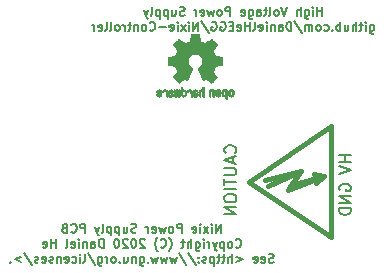
<source format=gbr>
%TF.GenerationSoftware,KiCad,Pcbnew,(5.1.5-131-g305ed0b65)-1*%
%TF.CreationDate,2020-09-08T16:09:36+08:00*%
%TF.ProjectId,PowerSupply,506f7765-7253-4757-9070-6c792e6b6963,rev?*%
%TF.SameCoordinates,Original*%
%TF.FileFunction,Legend,Bot*%
%TF.FilePolarity,Positive*%
%FSLAX46Y46*%
G04 Gerber Fmt 4.6, Leading zero omitted, Abs format (unit mm)*
G04 Created by KiCad (PCBNEW (5.1.5-131-g305ed0b65)-1) date 2020-09-08 16:09:36*
%MOMM*%
%LPD*%
G01*
G04 APERTURE LIST*
%ADD10C,0.150000*%
%ADD11C,0.381000*%
%ADD12C,0.010000*%
G04 APERTURE END LIST*
D10*
X150696428Y-92064285D02*
X150696428Y-91314285D01*
X150267857Y-92064285D01*
X150267857Y-91314285D01*
X149910714Y-92064285D02*
X149910714Y-91564285D01*
X149910714Y-91314285D02*
X149946428Y-91350000D01*
X149910714Y-91385714D01*
X149875000Y-91350000D01*
X149910714Y-91314285D01*
X149910714Y-91385714D01*
X149625000Y-92064285D02*
X149232142Y-91564285D01*
X149625000Y-91564285D02*
X149232142Y-92064285D01*
X148946428Y-92064285D02*
X148946428Y-91564285D01*
X148946428Y-91314285D02*
X148982142Y-91350000D01*
X148946428Y-91385714D01*
X148910714Y-91350000D01*
X148946428Y-91314285D01*
X148946428Y-91385714D01*
X148303571Y-92028571D02*
X148375000Y-92064285D01*
X148517857Y-92064285D01*
X148589285Y-92028571D01*
X148625000Y-91957142D01*
X148625000Y-91671428D01*
X148589285Y-91600000D01*
X148517857Y-91564285D01*
X148375000Y-91564285D01*
X148303571Y-91600000D01*
X148267857Y-91671428D01*
X148267857Y-91742857D01*
X148625000Y-91814285D01*
X147375000Y-92064285D02*
X147375000Y-91314285D01*
X147089285Y-91314285D01*
X147017857Y-91350000D01*
X146982142Y-91385714D01*
X146946428Y-91457142D01*
X146946428Y-91564285D01*
X146982142Y-91635714D01*
X147017857Y-91671428D01*
X147089285Y-91707142D01*
X147375000Y-91707142D01*
X146517857Y-92064285D02*
X146589285Y-92028571D01*
X146625000Y-91992857D01*
X146660714Y-91921428D01*
X146660714Y-91707142D01*
X146625000Y-91635714D01*
X146589285Y-91600000D01*
X146517857Y-91564285D01*
X146410714Y-91564285D01*
X146339285Y-91600000D01*
X146303571Y-91635714D01*
X146267857Y-91707142D01*
X146267857Y-91921428D01*
X146303571Y-91992857D01*
X146339285Y-92028571D01*
X146410714Y-92064285D01*
X146517857Y-92064285D01*
X146017857Y-91564285D02*
X145875000Y-92064285D01*
X145732142Y-91707142D01*
X145589285Y-92064285D01*
X145446428Y-91564285D01*
X144875000Y-92028571D02*
X144946428Y-92064285D01*
X145089285Y-92064285D01*
X145160714Y-92028571D01*
X145196428Y-91957142D01*
X145196428Y-91671428D01*
X145160714Y-91600000D01*
X145089285Y-91564285D01*
X144946428Y-91564285D01*
X144875000Y-91600000D01*
X144839285Y-91671428D01*
X144839285Y-91742857D01*
X145196428Y-91814285D01*
X144517857Y-92064285D02*
X144517857Y-91564285D01*
X144517857Y-91707142D02*
X144482142Y-91635714D01*
X144446428Y-91600000D01*
X144375000Y-91564285D01*
X144303571Y-91564285D01*
X143517857Y-92028571D02*
X143410714Y-92064285D01*
X143232142Y-92064285D01*
X143160714Y-92028571D01*
X143125000Y-91992857D01*
X143089285Y-91921428D01*
X143089285Y-91850000D01*
X143125000Y-91778571D01*
X143160714Y-91742857D01*
X143232142Y-91707142D01*
X143375000Y-91671428D01*
X143446428Y-91635714D01*
X143482142Y-91600000D01*
X143517857Y-91528571D01*
X143517857Y-91457142D01*
X143482142Y-91385714D01*
X143446428Y-91350000D01*
X143375000Y-91314285D01*
X143196428Y-91314285D01*
X143089285Y-91350000D01*
X142446428Y-91564285D02*
X142446428Y-92064285D01*
X142767857Y-91564285D02*
X142767857Y-91957142D01*
X142732142Y-92028571D01*
X142660714Y-92064285D01*
X142553571Y-92064285D01*
X142482142Y-92028571D01*
X142446428Y-91992857D01*
X142089285Y-91564285D02*
X142089285Y-92314285D01*
X142089285Y-91600000D02*
X142017857Y-91564285D01*
X141875000Y-91564285D01*
X141803571Y-91600000D01*
X141767857Y-91635714D01*
X141732142Y-91707142D01*
X141732142Y-91921428D01*
X141767857Y-91992857D01*
X141803571Y-92028571D01*
X141875000Y-92064285D01*
X142017857Y-92064285D01*
X142089285Y-92028571D01*
X141410714Y-91564285D02*
X141410714Y-92314285D01*
X141410714Y-91600000D02*
X141339285Y-91564285D01*
X141196428Y-91564285D01*
X141125000Y-91600000D01*
X141089285Y-91635714D01*
X141053571Y-91707142D01*
X141053571Y-91921428D01*
X141089285Y-91992857D01*
X141125000Y-92028571D01*
X141196428Y-92064285D01*
X141339285Y-92064285D01*
X141410714Y-92028571D01*
X140625000Y-92064285D02*
X140696428Y-92028571D01*
X140732142Y-91957142D01*
X140732142Y-91314285D01*
X140410714Y-91564285D02*
X140232142Y-92064285D01*
X140053571Y-91564285D02*
X140232142Y-92064285D01*
X140303571Y-92242857D01*
X140339285Y-92278571D01*
X140410714Y-92314285D01*
X139196428Y-92064285D02*
X139196428Y-91314285D01*
X138910714Y-91314285D01*
X138839285Y-91350000D01*
X138803571Y-91385714D01*
X138767857Y-91457142D01*
X138767857Y-91564285D01*
X138803571Y-91635714D01*
X138839285Y-91671428D01*
X138910714Y-91707142D01*
X139196428Y-91707142D01*
X138017857Y-91992857D02*
X138053571Y-92028571D01*
X138160714Y-92064285D01*
X138232142Y-92064285D01*
X138339285Y-92028571D01*
X138410714Y-91957142D01*
X138446428Y-91885714D01*
X138482142Y-91742857D01*
X138482142Y-91635714D01*
X138446428Y-91492857D01*
X138410714Y-91421428D01*
X138339285Y-91350000D01*
X138232142Y-91314285D01*
X138160714Y-91314285D01*
X138053571Y-91350000D01*
X138017857Y-91385714D01*
X137446428Y-91671428D02*
X137339285Y-91707142D01*
X137303571Y-91742857D01*
X137267857Y-91814285D01*
X137267857Y-91921428D01*
X137303571Y-91992857D01*
X137339285Y-92028571D01*
X137410714Y-92064285D01*
X137696428Y-92064285D01*
X137696428Y-91314285D01*
X137446428Y-91314285D01*
X137375000Y-91350000D01*
X137339285Y-91385714D01*
X137303571Y-91457142D01*
X137303571Y-91528571D01*
X137339285Y-91600000D01*
X137375000Y-91635714D01*
X137446428Y-91671428D01*
X137696428Y-91671428D01*
X151946428Y-93267857D02*
X151982142Y-93303571D01*
X152089285Y-93339285D01*
X152160714Y-93339285D01*
X152267857Y-93303571D01*
X152339285Y-93232142D01*
X152375000Y-93160714D01*
X152410714Y-93017857D01*
X152410714Y-92910714D01*
X152375000Y-92767857D01*
X152339285Y-92696428D01*
X152267857Y-92625000D01*
X152160714Y-92589285D01*
X152089285Y-92589285D01*
X151982142Y-92625000D01*
X151946428Y-92660714D01*
X151517857Y-93339285D02*
X151589285Y-93303571D01*
X151625000Y-93267857D01*
X151660714Y-93196428D01*
X151660714Y-92982142D01*
X151625000Y-92910714D01*
X151589285Y-92875000D01*
X151517857Y-92839285D01*
X151410714Y-92839285D01*
X151339285Y-92875000D01*
X151303571Y-92910714D01*
X151267857Y-92982142D01*
X151267857Y-93196428D01*
X151303571Y-93267857D01*
X151339285Y-93303571D01*
X151410714Y-93339285D01*
X151517857Y-93339285D01*
X150946428Y-92839285D02*
X150946428Y-93589285D01*
X150946428Y-92875000D02*
X150875000Y-92839285D01*
X150732142Y-92839285D01*
X150660714Y-92875000D01*
X150625000Y-92910714D01*
X150589285Y-92982142D01*
X150589285Y-93196428D01*
X150625000Y-93267857D01*
X150660714Y-93303571D01*
X150732142Y-93339285D01*
X150875000Y-93339285D01*
X150946428Y-93303571D01*
X150339285Y-92839285D02*
X150160714Y-93339285D01*
X149982142Y-92839285D02*
X150160714Y-93339285D01*
X150232142Y-93517857D01*
X150267857Y-93553571D01*
X150339285Y-93589285D01*
X149696428Y-93339285D02*
X149696428Y-92839285D01*
X149696428Y-92982142D02*
X149660714Y-92910714D01*
X149625000Y-92875000D01*
X149553571Y-92839285D01*
X149482142Y-92839285D01*
X149232142Y-93339285D02*
X149232142Y-92839285D01*
X149232142Y-92589285D02*
X149267857Y-92625000D01*
X149232142Y-92660714D01*
X149196428Y-92625000D01*
X149232142Y-92589285D01*
X149232142Y-92660714D01*
X148553571Y-92839285D02*
X148553571Y-93446428D01*
X148589285Y-93517857D01*
X148625000Y-93553571D01*
X148696428Y-93589285D01*
X148803571Y-93589285D01*
X148875000Y-93553571D01*
X148553571Y-93303571D02*
X148625000Y-93339285D01*
X148767857Y-93339285D01*
X148839285Y-93303571D01*
X148875000Y-93267857D01*
X148910714Y-93196428D01*
X148910714Y-92982142D01*
X148875000Y-92910714D01*
X148839285Y-92875000D01*
X148767857Y-92839285D01*
X148625000Y-92839285D01*
X148553571Y-92875000D01*
X148196428Y-93339285D02*
X148196428Y-92589285D01*
X147875000Y-93339285D02*
X147875000Y-92946428D01*
X147910714Y-92875000D01*
X147982142Y-92839285D01*
X148089285Y-92839285D01*
X148160714Y-92875000D01*
X148196428Y-92910714D01*
X147625000Y-92839285D02*
X147339285Y-92839285D01*
X147517857Y-92589285D02*
X147517857Y-93232142D01*
X147482142Y-93303571D01*
X147410714Y-93339285D01*
X147339285Y-93339285D01*
X146303571Y-93625000D02*
X146339285Y-93589285D01*
X146410714Y-93482142D01*
X146446428Y-93410714D01*
X146482142Y-93303571D01*
X146517857Y-93125000D01*
X146517857Y-92982142D01*
X146482142Y-92803571D01*
X146446428Y-92696428D01*
X146410714Y-92625000D01*
X146339285Y-92517857D01*
X146303571Y-92482142D01*
X145589285Y-93267857D02*
X145625000Y-93303571D01*
X145732142Y-93339285D01*
X145803571Y-93339285D01*
X145910714Y-93303571D01*
X145982142Y-93232142D01*
X146017857Y-93160714D01*
X146053571Y-93017857D01*
X146053571Y-92910714D01*
X146017857Y-92767857D01*
X145982142Y-92696428D01*
X145910714Y-92625000D01*
X145803571Y-92589285D01*
X145732142Y-92589285D01*
X145625000Y-92625000D01*
X145589285Y-92660714D01*
X145339285Y-93625000D02*
X145303571Y-93589285D01*
X145232142Y-93482142D01*
X145196428Y-93410714D01*
X145160714Y-93303571D01*
X145125000Y-93125000D01*
X145125000Y-92982142D01*
X145160714Y-92803571D01*
X145196428Y-92696428D01*
X145232142Y-92625000D01*
X145303571Y-92517857D01*
X145339285Y-92482142D01*
X144232142Y-92660714D02*
X144196428Y-92625000D01*
X144125000Y-92589285D01*
X143946428Y-92589285D01*
X143875000Y-92625000D01*
X143839285Y-92660714D01*
X143803571Y-92732142D01*
X143803571Y-92803571D01*
X143839285Y-92910714D01*
X144267857Y-93339285D01*
X143803571Y-93339285D01*
X143339285Y-92589285D02*
X143267857Y-92589285D01*
X143196428Y-92625000D01*
X143160714Y-92660714D01*
X143125000Y-92732142D01*
X143089285Y-92875000D01*
X143089285Y-93053571D01*
X143125000Y-93196428D01*
X143160714Y-93267857D01*
X143196428Y-93303571D01*
X143267857Y-93339285D01*
X143339285Y-93339285D01*
X143410714Y-93303571D01*
X143446428Y-93267857D01*
X143482142Y-93196428D01*
X143517857Y-93053571D01*
X143517857Y-92875000D01*
X143482142Y-92732142D01*
X143446428Y-92660714D01*
X143410714Y-92625000D01*
X143339285Y-92589285D01*
X142803571Y-92660714D02*
X142767857Y-92625000D01*
X142696428Y-92589285D01*
X142517857Y-92589285D01*
X142446428Y-92625000D01*
X142410714Y-92660714D01*
X142375000Y-92732142D01*
X142375000Y-92803571D01*
X142410714Y-92910714D01*
X142839285Y-93339285D01*
X142375000Y-93339285D01*
X141910714Y-92589285D02*
X141839285Y-92589285D01*
X141767857Y-92625000D01*
X141732142Y-92660714D01*
X141696428Y-92732142D01*
X141660714Y-92875000D01*
X141660714Y-93053571D01*
X141696428Y-93196428D01*
X141732142Y-93267857D01*
X141767857Y-93303571D01*
X141839285Y-93339285D01*
X141910714Y-93339285D01*
X141982142Y-93303571D01*
X142017857Y-93267857D01*
X142053571Y-93196428D01*
X142089285Y-93053571D01*
X142089285Y-92875000D01*
X142053571Y-92732142D01*
X142017857Y-92660714D01*
X141982142Y-92625000D01*
X141910714Y-92589285D01*
X140767857Y-93339285D02*
X140767857Y-92589285D01*
X140589285Y-92589285D01*
X140482142Y-92625000D01*
X140410714Y-92696428D01*
X140375000Y-92767857D01*
X140339285Y-92910714D01*
X140339285Y-93017857D01*
X140375000Y-93160714D01*
X140410714Y-93232142D01*
X140482142Y-93303571D01*
X140589285Y-93339285D01*
X140767857Y-93339285D01*
X139696428Y-93339285D02*
X139696428Y-92946428D01*
X139732142Y-92875000D01*
X139803571Y-92839285D01*
X139946428Y-92839285D01*
X140017857Y-92875000D01*
X139696428Y-93303571D02*
X139767857Y-93339285D01*
X139946428Y-93339285D01*
X140017857Y-93303571D01*
X140053571Y-93232142D01*
X140053571Y-93160714D01*
X140017857Y-93089285D01*
X139946428Y-93053571D01*
X139767857Y-93053571D01*
X139696428Y-93017857D01*
X139339285Y-92839285D02*
X139339285Y-93339285D01*
X139339285Y-92910714D02*
X139303571Y-92875000D01*
X139232142Y-92839285D01*
X139125000Y-92839285D01*
X139053571Y-92875000D01*
X139017857Y-92946428D01*
X139017857Y-93339285D01*
X138660714Y-93339285D02*
X138660714Y-92839285D01*
X138660714Y-92589285D02*
X138696428Y-92625000D01*
X138660714Y-92660714D01*
X138625000Y-92625000D01*
X138660714Y-92589285D01*
X138660714Y-92660714D01*
X138017857Y-93303571D02*
X138089285Y-93339285D01*
X138232142Y-93339285D01*
X138303571Y-93303571D01*
X138339285Y-93232142D01*
X138339285Y-92946428D01*
X138303571Y-92875000D01*
X138232142Y-92839285D01*
X138089285Y-92839285D01*
X138017857Y-92875000D01*
X137982142Y-92946428D01*
X137982142Y-93017857D01*
X138339285Y-93089285D01*
X137553571Y-93339285D02*
X137625000Y-93303571D01*
X137660714Y-93232142D01*
X137660714Y-92589285D01*
X136696428Y-93339285D02*
X136696428Y-92589285D01*
X136696428Y-92946428D02*
X136267857Y-92946428D01*
X136267857Y-93339285D02*
X136267857Y-92589285D01*
X135625000Y-93303571D02*
X135696428Y-93339285D01*
X135839285Y-93339285D01*
X135910714Y-93303571D01*
X135946428Y-93232142D01*
X135946428Y-92946428D01*
X135910714Y-92875000D01*
X135839285Y-92839285D01*
X135696428Y-92839285D01*
X135625000Y-92875000D01*
X135589285Y-92946428D01*
X135589285Y-93017857D01*
X135946428Y-93089285D01*
X155160714Y-94578571D02*
X155053571Y-94614285D01*
X154875000Y-94614285D01*
X154803571Y-94578571D01*
X154767857Y-94542857D01*
X154732142Y-94471428D01*
X154732142Y-94400000D01*
X154767857Y-94328571D01*
X154803571Y-94292857D01*
X154875000Y-94257142D01*
X155017857Y-94221428D01*
X155089285Y-94185714D01*
X155125000Y-94150000D01*
X155160714Y-94078571D01*
X155160714Y-94007142D01*
X155125000Y-93935714D01*
X155089285Y-93900000D01*
X155017857Y-93864285D01*
X154839285Y-93864285D01*
X154732142Y-93900000D01*
X154125000Y-94578571D02*
X154196428Y-94614285D01*
X154339285Y-94614285D01*
X154410714Y-94578571D01*
X154446428Y-94507142D01*
X154446428Y-94221428D01*
X154410714Y-94150000D01*
X154339285Y-94114285D01*
X154196428Y-94114285D01*
X154125000Y-94150000D01*
X154089285Y-94221428D01*
X154089285Y-94292857D01*
X154446428Y-94364285D01*
X153482142Y-94578571D02*
X153553571Y-94614285D01*
X153696428Y-94614285D01*
X153767857Y-94578571D01*
X153803571Y-94507142D01*
X153803571Y-94221428D01*
X153767857Y-94150000D01*
X153696428Y-94114285D01*
X153553571Y-94114285D01*
X153482142Y-94150000D01*
X153446428Y-94221428D01*
X153446428Y-94292857D01*
X153803571Y-94364285D01*
X151982142Y-94114285D02*
X152553571Y-94328571D01*
X151982142Y-94542857D01*
X151625000Y-94614285D02*
X151625000Y-93864285D01*
X151303571Y-94614285D02*
X151303571Y-94221428D01*
X151339285Y-94150000D01*
X151410714Y-94114285D01*
X151517857Y-94114285D01*
X151589285Y-94150000D01*
X151625000Y-94185714D01*
X151053571Y-94114285D02*
X150767857Y-94114285D01*
X150946428Y-93864285D02*
X150946428Y-94507142D01*
X150910714Y-94578571D01*
X150839285Y-94614285D01*
X150767857Y-94614285D01*
X150625000Y-94114285D02*
X150339285Y-94114285D01*
X150517857Y-93864285D02*
X150517857Y-94507142D01*
X150482142Y-94578571D01*
X150410714Y-94614285D01*
X150339285Y-94614285D01*
X150089285Y-94114285D02*
X150089285Y-94864285D01*
X150089285Y-94150000D02*
X150017857Y-94114285D01*
X149875000Y-94114285D01*
X149803571Y-94150000D01*
X149767857Y-94185714D01*
X149732142Y-94257142D01*
X149732142Y-94471428D01*
X149767857Y-94542857D01*
X149803571Y-94578571D01*
X149875000Y-94614285D01*
X150017857Y-94614285D01*
X150089285Y-94578571D01*
X149446428Y-94578571D02*
X149375000Y-94614285D01*
X149232142Y-94614285D01*
X149160714Y-94578571D01*
X149125000Y-94507142D01*
X149125000Y-94471428D01*
X149160714Y-94400000D01*
X149232142Y-94364285D01*
X149339285Y-94364285D01*
X149410714Y-94328571D01*
X149446428Y-94257142D01*
X149446428Y-94221428D01*
X149410714Y-94150000D01*
X149339285Y-94114285D01*
X149232142Y-94114285D01*
X149160714Y-94150000D01*
X148803571Y-94542857D02*
X148767857Y-94578571D01*
X148803571Y-94614285D01*
X148839285Y-94578571D01*
X148803571Y-94542857D01*
X148803571Y-94614285D01*
X148803571Y-94150000D02*
X148767857Y-94185714D01*
X148803571Y-94221428D01*
X148839285Y-94185714D01*
X148803571Y-94150000D01*
X148803571Y-94221428D01*
X147910714Y-93828571D02*
X148553571Y-94792857D01*
X147125000Y-93828571D02*
X147767857Y-94792857D01*
X146946428Y-94114285D02*
X146803571Y-94614285D01*
X146660714Y-94257142D01*
X146517857Y-94614285D01*
X146375000Y-94114285D01*
X146160714Y-94114285D02*
X146017857Y-94614285D01*
X145875000Y-94257142D01*
X145732142Y-94614285D01*
X145589285Y-94114285D01*
X145375000Y-94114285D02*
X145232142Y-94614285D01*
X145089285Y-94257142D01*
X144946428Y-94614285D01*
X144803571Y-94114285D01*
X144517857Y-94542857D02*
X144482142Y-94578571D01*
X144517857Y-94614285D01*
X144553571Y-94578571D01*
X144517857Y-94542857D01*
X144517857Y-94614285D01*
X143839285Y-94114285D02*
X143839285Y-94721428D01*
X143875000Y-94792857D01*
X143910714Y-94828571D01*
X143982142Y-94864285D01*
X144089285Y-94864285D01*
X144160714Y-94828571D01*
X143839285Y-94578571D02*
X143910714Y-94614285D01*
X144053571Y-94614285D01*
X144125000Y-94578571D01*
X144160714Y-94542857D01*
X144196428Y-94471428D01*
X144196428Y-94257142D01*
X144160714Y-94185714D01*
X144125000Y-94150000D01*
X144053571Y-94114285D01*
X143910714Y-94114285D01*
X143839285Y-94150000D01*
X143482142Y-94114285D02*
X143482142Y-94614285D01*
X143482142Y-94185714D02*
X143446428Y-94150000D01*
X143375000Y-94114285D01*
X143267857Y-94114285D01*
X143196428Y-94150000D01*
X143160714Y-94221428D01*
X143160714Y-94614285D01*
X142482142Y-94114285D02*
X142482142Y-94614285D01*
X142803571Y-94114285D02*
X142803571Y-94507142D01*
X142767857Y-94578571D01*
X142696428Y-94614285D01*
X142589285Y-94614285D01*
X142517857Y-94578571D01*
X142482142Y-94542857D01*
X142125000Y-94542857D02*
X142089285Y-94578571D01*
X142125000Y-94614285D01*
X142160714Y-94578571D01*
X142125000Y-94542857D01*
X142125000Y-94614285D01*
X141660714Y-94614285D02*
X141732142Y-94578571D01*
X141767857Y-94542857D01*
X141803571Y-94471428D01*
X141803571Y-94257142D01*
X141767857Y-94185714D01*
X141732142Y-94150000D01*
X141660714Y-94114285D01*
X141553571Y-94114285D01*
X141482142Y-94150000D01*
X141446428Y-94185714D01*
X141410714Y-94257142D01*
X141410714Y-94471428D01*
X141446428Y-94542857D01*
X141482142Y-94578571D01*
X141553571Y-94614285D01*
X141660714Y-94614285D01*
X141089285Y-94614285D02*
X141089285Y-94114285D01*
X141089285Y-94257142D02*
X141053571Y-94185714D01*
X141017857Y-94150000D01*
X140946428Y-94114285D01*
X140875000Y-94114285D01*
X140303571Y-94114285D02*
X140303571Y-94721428D01*
X140339285Y-94792857D01*
X140375000Y-94828571D01*
X140446428Y-94864285D01*
X140553571Y-94864285D01*
X140625000Y-94828571D01*
X140303571Y-94578571D02*
X140375000Y-94614285D01*
X140517857Y-94614285D01*
X140589285Y-94578571D01*
X140625000Y-94542857D01*
X140660714Y-94471428D01*
X140660714Y-94257142D01*
X140625000Y-94185714D01*
X140589285Y-94150000D01*
X140517857Y-94114285D01*
X140375000Y-94114285D01*
X140303571Y-94150000D01*
X139410714Y-93828571D02*
X140053571Y-94792857D01*
X139053571Y-94614285D02*
X139125000Y-94578571D01*
X139160714Y-94507142D01*
X139160714Y-93864285D01*
X138767857Y-94614285D02*
X138767857Y-94114285D01*
X138767857Y-93864285D02*
X138803571Y-93900000D01*
X138767857Y-93935714D01*
X138732142Y-93900000D01*
X138767857Y-93864285D01*
X138767857Y-93935714D01*
X138089285Y-94578571D02*
X138160714Y-94614285D01*
X138303571Y-94614285D01*
X138375000Y-94578571D01*
X138410714Y-94542857D01*
X138446428Y-94471428D01*
X138446428Y-94257142D01*
X138410714Y-94185714D01*
X138375000Y-94150000D01*
X138303571Y-94114285D01*
X138160714Y-94114285D01*
X138089285Y-94150000D01*
X137482142Y-94578571D02*
X137553571Y-94614285D01*
X137696428Y-94614285D01*
X137767857Y-94578571D01*
X137803571Y-94507142D01*
X137803571Y-94221428D01*
X137767857Y-94150000D01*
X137696428Y-94114285D01*
X137553571Y-94114285D01*
X137482142Y-94150000D01*
X137446428Y-94221428D01*
X137446428Y-94292857D01*
X137803571Y-94364285D01*
X137125000Y-94114285D02*
X137125000Y-94614285D01*
X137125000Y-94185714D02*
X137089285Y-94150000D01*
X137017857Y-94114285D01*
X136910714Y-94114285D01*
X136839285Y-94150000D01*
X136803571Y-94221428D01*
X136803571Y-94614285D01*
X136482142Y-94578571D02*
X136410714Y-94614285D01*
X136267857Y-94614285D01*
X136196428Y-94578571D01*
X136160714Y-94507142D01*
X136160714Y-94471428D01*
X136196428Y-94400000D01*
X136267857Y-94364285D01*
X136375000Y-94364285D01*
X136446428Y-94328571D01*
X136482142Y-94257142D01*
X136482142Y-94221428D01*
X136446428Y-94150000D01*
X136375000Y-94114285D01*
X136267857Y-94114285D01*
X136196428Y-94150000D01*
X135553571Y-94578571D02*
X135625000Y-94614285D01*
X135767857Y-94614285D01*
X135839285Y-94578571D01*
X135875000Y-94507142D01*
X135875000Y-94221428D01*
X135839285Y-94150000D01*
X135767857Y-94114285D01*
X135625000Y-94114285D01*
X135553571Y-94150000D01*
X135517857Y-94221428D01*
X135517857Y-94292857D01*
X135875000Y-94364285D01*
X135232142Y-94578571D02*
X135160714Y-94614285D01*
X135017857Y-94614285D01*
X134946428Y-94578571D01*
X134910714Y-94507142D01*
X134910714Y-94471428D01*
X134946428Y-94400000D01*
X135017857Y-94364285D01*
X135125000Y-94364285D01*
X135196428Y-94328571D01*
X135232142Y-94257142D01*
X135232142Y-94221428D01*
X135196428Y-94150000D01*
X135125000Y-94114285D01*
X135017857Y-94114285D01*
X134946428Y-94150000D01*
X134053571Y-93828571D02*
X134696428Y-94792857D01*
X133803571Y-94114285D02*
X133232142Y-94328571D01*
X133803571Y-94542857D01*
X132875000Y-94542857D02*
X132839285Y-94578571D01*
X132875000Y-94614285D01*
X132910714Y-94578571D01*
X132875000Y-94542857D01*
X132875000Y-94614285D01*
X160750000Y-88488095D02*
X160702380Y-88392857D01*
X160702380Y-88250000D01*
X160750000Y-88107142D01*
X160845238Y-88011904D01*
X160940476Y-87964285D01*
X161130952Y-87916666D01*
X161273809Y-87916666D01*
X161464285Y-87964285D01*
X161559523Y-88011904D01*
X161654761Y-88107142D01*
X161702380Y-88250000D01*
X161702380Y-88345238D01*
X161654761Y-88488095D01*
X161607142Y-88535714D01*
X161273809Y-88535714D01*
X161273809Y-88345238D01*
X161702380Y-88964285D02*
X160702380Y-88964285D01*
X161702380Y-89535714D01*
X160702380Y-89535714D01*
X161702380Y-90011904D02*
X160702380Y-90011904D01*
X160702380Y-90250000D01*
X160750000Y-90392857D01*
X160845238Y-90488095D01*
X160940476Y-90535714D01*
X161130952Y-90583333D01*
X161273809Y-90583333D01*
X161464285Y-90535714D01*
X161559523Y-90488095D01*
X161654761Y-90392857D01*
X161702380Y-90250000D01*
X161702380Y-90011904D01*
X161702380Y-85535714D02*
X160702380Y-85535714D01*
X161178571Y-85535714D02*
X161178571Y-86107142D01*
X161702380Y-86107142D02*
X160702380Y-86107142D01*
X160702380Y-86440476D02*
X161702380Y-86773809D01*
X160702380Y-87107142D01*
X159267857Y-73701785D02*
X159267857Y-72951785D01*
X159267857Y-73308928D02*
X158839285Y-73308928D01*
X158839285Y-73701785D02*
X158839285Y-72951785D01*
X158482142Y-73701785D02*
X158482142Y-73201785D01*
X158482142Y-72951785D02*
X158517857Y-72987500D01*
X158482142Y-73023214D01*
X158446428Y-72987500D01*
X158482142Y-72951785D01*
X158482142Y-73023214D01*
X157803571Y-73201785D02*
X157803571Y-73808928D01*
X157839285Y-73880357D01*
X157875000Y-73916071D01*
X157946428Y-73951785D01*
X158053571Y-73951785D01*
X158125000Y-73916071D01*
X157803571Y-73666071D02*
X157875000Y-73701785D01*
X158017857Y-73701785D01*
X158089285Y-73666071D01*
X158125000Y-73630357D01*
X158160714Y-73558928D01*
X158160714Y-73344642D01*
X158125000Y-73273214D01*
X158089285Y-73237500D01*
X158017857Y-73201785D01*
X157875000Y-73201785D01*
X157803571Y-73237500D01*
X157446428Y-73701785D02*
X157446428Y-72951785D01*
X157125000Y-73701785D02*
X157125000Y-73308928D01*
X157160714Y-73237500D01*
X157232142Y-73201785D01*
X157339285Y-73201785D01*
X157410714Y-73237500D01*
X157446428Y-73273214D01*
X156303571Y-72951785D02*
X156053571Y-73701785D01*
X155803571Y-72951785D01*
X155446428Y-73701785D02*
X155517857Y-73666071D01*
X155553571Y-73630357D01*
X155589285Y-73558928D01*
X155589285Y-73344642D01*
X155553571Y-73273214D01*
X155517857Y-73237500D01*
X155446428Y-73201785D01*
X155339285Y-73201785D01*
X155267857Y-73237500D01*
X155232142Y-73273214D01*
X155196428Y-73344642D01*
X155196428Y-73558928D01*
X155232142Y-73630357D01*
X155267857Y-73666071D01*
X155339285Y-73701785D01*
X155446428Y-73701785D01*
X154767857Y-73701785D02*
X154839285Y-73666071D01*
X154875000Y-73594642D01*
X154875000Y-72951785D01*
X154589285Y-73201785D02*
X154303571Y-73201785D01*
X154482142Y-72951785D02*
X154482142Y-73594642D01*
X154446428Y-73666071D01*
X154375000Y-73701785D01*
X154303571Y-73701785D01*
X153732142Y-73701785D02*
X153732142Y-73308928D01*
X153767857Y-73237500D01*
X153839285Y-73201785D01*
X153982142Y-73201785D01*
X154053571Y-73237500D01*
X153732142Y-73666071D02*
X153803571Y-73701785D01*
X153982142Y-73701785D01*
X154053571Y-73666071D01*
X154089285Y-73594642D01*
X154089285Y-73523214D01*
X154053571Y-73451785D01*
X153982142Y-73416071D01*
X153803571Y-73416071D01*
X153732142Y-73380357D01*
X153053571Y-73201785D02*
X153053571Y-73808928D01*
X153089285Y-73880357D01*
X153125000Y-73916071D01*
X153196428Y-73951785D01*
X153303571Y-73951785D01*
X153375000Y-73916071D01*
X153053571Y-73666071D02*
X153125000Y-73701785D01*
X153267857Y-73701785D01*
X153339285Y-73666071D01*
X153375000Y-73630357D01*
X153410714Y-73558928D01*
X153410714Y-73344642D01*
X153375000Y-73273214D01*
X153339285Y-73237500D01*
X153267857Y-73201785D01*
X153125000Y-73201785D01*
X153053571Y-73237500D01*
X152410714Y-73666071D02*
X152482142Y-73701785D01*
X152625000Y-73701785D01*
X152696428Y-73666071D01*
X152732142Y-73594642D01*
X152732142Y-73308928D01*
X152696428Y-73237500D01*
X152625000Y-73201785D01*
X152482142Y-73201785D01*
X152410714Y-73237500D01*
X152375000Y-73308928D01*
X152375000Y-73380357D01*
X152732142Y-73451785D01*
X151482142Y-73701785D02*
X151482142Y-72951785D01*
X151196428Y-72951785D01*
X151125000Y-72987500D01*
X151089285Y-73023214D01*
X151053571Y-73094642D01*
X151053571Y-73201785D01*
X151089285Y-73273214D01*
X151125000Y-73308928D01*
X151196428Y-73344642D01*
X151482142Y-73344642D01*
X150625000Y-73701785D02*
X150696428Y-73666071D01*
X150732142Y-73630357D01*
X150767857Y-73558928D01*
X150767857Y-73344642D01*
X150732142Y-73273214D01*
X150696428Y-73237500D01*
X150625000Y-73201785D01*
X150517857Y-73201785D01*
X150446428Y-73237500D01*
X150410714Y-73273214D01*
X150375000Y-73344642D01*
X150375000Y-73558928D01*
X150410714Y-73630357D01*
X150446428Y-73666071D01*
X150517857Y-73701785D01*
X150625000Y-73701785D01*
X150125000Y-73201785D02*
X149982142Y-73701785D01*
X149839285Y-73344642D01*
X149696428Y-73701785D01*
X149553571Y-73201785D01*
X148982142Y-73666071D02*
X149053571Y-73701785D01*
X149196428Y-73701785D01*
X149267857Y-73666071D01*
X149303571Y-73594642D01*
X149303571Y-73308928D01*
X149267857Y-73237500D01*
X149196428Y-73201785D01*
X149053571Y-73201785D01*
X148982142Y-73237500D01*
X148946428Y-73308928D01*
X148946428Y-73380357D01*
X149303571Y-73451785D01*
X148625000Y-73701785D02*
X148625000Y-73201785D01*
X148625000Y-73344642D02*
X148589285Y-73273214D01*
X148553571Y-73237500D01*
X148482142Y-73201785D01*
X148410714Y-73201785D01*
X147625000Y-73666071D02*
X147517857Y-73701785D01*
X147339285Y-73701785D01*
X147267857Y-73666071D01*
X147232142Y-73630357D01*
X147196428Y-73558928D01*
X147196428Y-73487500D01*
X147232142Y-73416071D01*
X147267857Y-73380357D01*
X147339285Y-73344642D01*
X147482142Y-73308928D01*
X147553571Y-73273214D01*
X147589285Y-73237500D01*
X147625000Y-73166071D01*
X147625000Y-73094642D01*
X147589285Y-73023214D01*
X147553571Y-72987500D01*
X147482142Y-72951785D01*
X147303571Y-72951785D01*
X147196428Y-72987500D01*
X146553571Y-73201785D02*
X146553571Y-73701785D01*
X146875000Y-73201785D02*
X146875000Y-73594642D01*
X146839285Y-73666071D01*
X146767857Y-73701785D01*
X146660714Y-73701785D01*
X146589285Y-73666071D01*
X146553571Y-73630357D01*
X146196428Y-73201785D02*
X146196428Y-73951785D01*
X146196428Y-73237500D02*
X146125000Y-73201785D01*
X145982142Y-73201785D01*
X145910714Y-73237500D01*
X145875000Y-73273214D01*
X145839285Y-73344642D01*
X145839285Y-73558928D01*
X145875000Y-73630357D01*
X145910714Y-73666071D01*
X145982142Y-73701785D01*
X146125000Y-73701785D01*
X146196428Y-73666071D01*
X145517857Y-73201785D02*
X145517857Y-73951785D01*
X145517857Y-73237500D02*
X145446428Y-73201785D01*
X145303571Y-73201785D01*
X145232142Y-73237500D01*
X145196428Y-73273214D01*
X145160714Y-73344642D01*
X145160714Y-73558928D01*
X145196428Y-73630357D01*
X145232142Y-73666071D01*
X145303571Y-73701785D01*
X145446428Y-73701785D01*
X145517857Y-73666071D01*
X144732142Y-73701785D02*
X144803571Y-73666071D01*
X144839285Y-73594642D01*
X144839285Y-72951785D01*
X144517857Y-73201785D02*
X144339285Y-73701785D01*
X144160714Y-73201785D02*
X144339285Y-73701785D01*
X144410714Y-73880357D01*
X144446428Y-73916071D01*
X144517857Y-73951785D01*
X163303571Y-74476785D02*
X163303571Y-75083928D01*
X163339285Y-75155357D01*
X163375000Y-75191071D01*
X163446428Y-75226785D01*
X163553571Y-75226785D01*
X163625000Y-75191071D01*
X163303571Y-74941071D02*
X163375000Y-74976785D01*
X163517857Y-74976785D01*
X163589285Y-74941071D01*
X163625000Y-74905357D01*
X163660714Y-74833928D01*
X163660714Y-74619642D01*
X163625000Y-74548214D01*
X163589285Y-74512500D01*
X163517857Y-74476785D01*
X163375000Y-74476785D01*
X163303571Y-74512500D01*
X162946428Y-74976785D02*
X162946428Y-74476785D01*
X162946428Y-74226785D02*
X162982142Y-74262500D01*
X162946428Y-74298214D01*
X162910714Y-74262500D01*
X162946428Y-74226785D01*
X162946428Y-74298214D01*
X162696428Y-74476785D02*
X162410714Y-74476785D01*
X162589285Y-74226785D02*
X162589285Y-74869642D01*
X162553571Y-74941071D01*
X162482142Y-74976785D01*
X162410714Y-74976785D01*
X162160714Y-74976785D02*
X162160714Y-74226785D01*
X161839285Y-74976785D02*
X161839285Y-74583928D01*
X161875000Y-74512500D01*
X161946428Y-74476785D01*
X162053571Y-74476785D01*
X162125000Y-74512500D01*
X162160714Y-74548214D01*
X161160714Y-74476785D02*
X161160714Y-74976785D01*
X161482142Y-74476785D02*
X161482142Y-74869642D01*
X161446428Y-74941071D01*
X161375000Y-74976785D01*
X161267857Y-74976785D01*
X161196428Y-74941071D01*
X161160714Y-74905357D01*
X160803571Y-74976785D02*
X160803571Y-74226785D01*
X160803571Y-74512500D02*
X160732142Y-74476785D01*
X160589285Y-74476785D01*
X160517857Y-74512500D01*
X160482142Y-74548214D01*
X160446428Y-74619642D01*
X160446428Y-74833928D01*
X160482142Y-74905357D01*
X160517857Y-74941071D01*
X160589285Y-74976785D01*
X160732142Y-74976785D01*
X160803571Y-74941071D01*
X160125000Y-74905357D02*
X160089285Y-74941071D01*
X160125000Y-74976785D01*
X160160714Y-74941071D01*
X160125000Y-74905357D01*
X160125000Y-74976785D01*
X159446428Y-74941071D02*
X159517857Y-74976785D01*
X159660714Y-74976785D01*
X159732142Y-74941071D01*
X159767857Y-74905357D01*
X159803571Y-74833928D01*
X159803571Y-74619642D01*
X159767857Y-74548214D01*
X159732142Y-74512500D01*
X159660714Y-74476785D01*
X159517857Y-74476785D01*
X159446428Y-74512500D01*
X159017857Y-74976785D02*
X159089285Y-74941071D01*
X159125000Y-74905357D01*
X159160714Y-74833928D01*
X159160714Y-74619642D01*
X159125000Y-74548214D01*
X159089285Y-74512500D01*
X159017857Y-74476785D01*
X158910714Y-74476785D01*
X158839285Y-74512500D01*
X158803571Y-74548214D01*
X158767857Y-74619642D01*
X158767857Y-74833928D01*
X158803571Y-74905357D01*
X158839285Y-74941071D01*
X158910714Y-74976785D01*
X159017857Y-74976785D01*
X158446428Y-74976785D02*
X158446428Y-74476785D01*
X158446428Y-74548214D02*
X158410714Y-74512500D01*
X158339285Y-74476785D01*
X158232142Y-74476785D01*
X158160714Y-74512500D01*
X158125000Y-74583928D01*
X158125000Y-74976785D01*
X158125000Y-74583928D02*
X158089285Y-74512500D01*
X158017857Y-74476785D01*
X157910714Y-74476785D01*
X157839285Y-74512500D01*
X157803571Y-74583928D01*
X157803571Y-74976785D01*
X156910714Y-74191071D02*
X157553571Y-75155357D01*
X156660714Y-74976785D02*
X156660714Y-74226785D01*
X156482142Y-74226785D01*
X156375000Y-74262500D01*
X156303571Y-74333928D01*
X156267857Y-74405357D01*
X156232142Y-74548214D01*
X156232142Y-74655357D01*
X156267857Y-74798214D01*
X156303571Y-74869642D01*
X156375000Y-74941071D01*
X156482142Y-74976785D01*
X156660714Y-74976785D01*
X155589285Y-74976785D02*
X155589285Y-74583928D01*
X155625000Y-74512500D01*
X155696428Y-74476785D01*
X155839285Y-74476785D01*
X155910714Y-74512500D01*
X155589285Y-74941071D02*
X155660714Y-74976785D01*
X155839285Y-74976785D01*
X155910714Y-74941071D01*
X155946428Y-74869642D01*
X155946428Y-74798214D01*
X155910714Y-74726785D01*
X155839285Y-74691071D01*
X155660714Y-74691071D01*
X155589285Y-74655357D01*
X155232142Y-74476785D02*
X155232142Y-74976785D01*
X155232142Y-74548214D02*
X155196428Y-74512500D01*
X155125000Y-74476785D01*
X155017857Y-74476785D01*
X154946428Y-74512500D01*
X154910714Y-74583928D01*
X154910714Y-74976785D01*
X154553571Y-74976785D02*
X154553571Y-74476785D01*
X154553571Y-74226785D02*
X154589285Y-74262500D01*
X154553571Y-74298214D01*
X154517857Y-74262500D01*
X154553571Y-74226785D01*
X154553571Y-74298214D01*
X153910714Y-74941071D02*
X153982142Y-74976785D01*
X154125000Y-74976785D01*
X154196428Y-74941071D01*
X154232142Y-74869642D01*
X154232142Y-74583928D01*
X154196428Y-74512500D01*
X154125000Y-74476785D01*
X153982142Y-74476785D01*
X153910714Y-74512500D01*
X153875000Y-74583928D01*
X153875000Y-74655357D01*
X154232142Y-74726785D01*
X153446428Y-74976785D02*
X153517857Y-74941071D01*
X153553571Y-74869642D01*
X153553571Y-74226785D01*
X153160714Y-74976785D02*
X153160714Y-74226785D01*
X153160714Y-74583928D02*
X152732142Y-74583928D01*
X152732142Y-74976785D02*
X152732142Y-74226785D01*
X152089285Y-74941071D02*
X152160714Y-74976785D01*
X152303571Y-74976785D01*
X152375000Y-74941071D01*
X152410714Y-74869642D01*
X152410714Y-74583928D01*
X152375000Y-74512500D01*
X152303571Y-74476785D01*
X152160714Y-74476785D01*
X152089285Y-74512500D01*
X152053571Y-74583928D01*
X152053571Y-74655357D01*
X152410714Y-74726785D01*
X151732142Y-74583928D02*
X151482142Y-74583928D01*
X151375000Y-74976785D02*
X151732142Y-74976785D01*
X151732142Y-74226785D01*
X151375000Y-74226785D01*
X150660714Y-74262500D02*
X150732142Y-74226785D01*
X150839285Y-74226785D01*
X150946428Y-74262500D01*
X151017857Y-74333928D01*
X151053571Y-74405357D01*
X151089285Y-74548214D01*
X151089285Y-74655357D01*
X151053571Y-74798214D01*
X151017857Y-74869642D01*
X150946428Y-74941071D01*
X150839285Y-74976785D01*
X150767857Y-74976785D01*
X150660714Y-74941071D01*
X150625000Y-74905357D01*
X150625000Y-74655357D01*
X150767857Y-74655357D01*
X149910714Y-74262500D02*
X149982142Y-74226785D01*
X150089285Y-74226785D01*
X150196428Y-74262500D01*
X150267857Y-74333928D01*
X150303571Y-74405357D01*
X150339285Y-74548214D01*
X150339285Y-74655357D01*
X150303571Y-74798214D01*
X150267857Y-74869642D01*
X150196428Y-74941071D01*
X150089285Y-74976785D01*
X150017857Y-74976785D01*
X149910714Y-74941071D01*
X149875000Y-74905357D01*
X149875000Y-74655357D01*
X150017857Y-74655357D01*
X149017857Y-74191071D02*
X149660714Y-75155357D01*
X148767857Y-74976785D02*
X148767857Y-74226785D01*
X148339285Y-74976785D01*
X148339285Y-74226785D01*
X147982142Y-74976785D02*
X147982142Y-74476785D01*
X147982142Y-74226785D02*
X148017857Y-74262500D01*
X147982142Y-74298214D01*
X147946428Y-74262500D01*
X147982142Y-74226785D01*
X147982142Y-74298214D01*
X147696428Y-74976785D02*
X147303571Y-74476785D01*
X147696428Y-74476785D02*
X147303571Y-74976785D01*
X147017857Y-74976785D02*
X147017857Y-74476785D01*
X147017857Y-74226785D02*
X147053571Y-74262500D01*
X147017857Y-74298214D01*
X146982142Y-74262500D01*
X147017857Y-74226785D01*
X147017857Y-74298214D01*
X146375000Y-74941071D02*
X146446428Y-74976785D01*
X146589285Y-74976785D01*
X146660714Y-74941071D01*
X146696428Y-74869642D01*
X146696428Y-74583928D01*
X146660714Y-74512500D01*
X146589285Y-74476785D01*
X146446428Y-74476785D01*
X146375000Y-74512500D01*
X146339285Y-74583928D01*
X146339285Y-74655357D01*
X146696428Y-74726785D01*
X146017857Y-74691071D02*
X145446428Y-74691071D01*
X144660714Y-74905357D02*
X144696428Y-74941071D01*
X144803571Y-74976785D01*
X144875000Y-74976785D01*
X144982142Y-74941071D01*
X145053571Y-74869642D01*
X145089285Y-74798214D01*
X145125000Y-74655357D01*
X145125000Y-74548214D01*
X145089285Y-74405357D01*
X145053571Y-74333928D01*
X144982142Y-74262500D01*
X144875000Y-74226785D01*
X144803571Y-74226785D01*
X144696428Y-74262500D01*
X144660714Y-74298214D01*
X144232142Y-74976785D02*
X144303571Y-74941071D01*
X144339285Y-74905357D01*
X144375000Y-74833928D01*
X144375000Y-74619642D01*
X144339285Y-74548214D01*
X144303571Y-74512500D01*
X144232142Y-74476785D01*
X144125000Y-74476785D01*
X144053571Y-74512500D01*
X144017857Y-74548214D01*
X143982142Y-74619642D01*
X143982142Y-74833928D01*
X144017857Y-74905357D01*
X144053571Y-74941071D01*
X144125000Y-74976785D01*
X144232142Y-74976785D01*
X143660714Y-74476785D02*
X143660714Y-74976785D01*
X143660714Y-74548214D02*
X143625000Y-74512500D01*
X143553571Y-74476785D01*
X143446428Y-74476785D01*
X143375000Y-74512500D01*
X143339285Y-74583928D01*
X143339285Y-74976785D01*
X143089285Y-74476785D02*
X142803571Y-74476785D01*
X142982142Y-74226785D02*
X142982142Y-74869642D01*
X142946428Y-74941071D01*
X142875000Y-74976785D01*
X142803571Y-74976785D01*
X142553571Y-74976785D02*
X142553571Y-74476785D01*
X142553571Y-74619642D02*
X142517857Y-74548214D01*
X142482142Y-74512500D01*
X142410714Y-74476785D01*
X142339285Y-74476785D01*
X141982142Y-74976785D02*
X142053571Y-74941071D01*
X142089285Y-74905357D01*
X142125000Y-74833928D01*
X142125000Y-74619642D01*
X142089285Y-74548214D01*
X142053571Y-74512500D01*
X141982142Y-74476785D01*
X141875000Y-74476785D01*
X141803571Y-74512500D01*
X141767857Y-74548214D01*
X141732142Y-74619642D01*
X141732142Y-74833928D01*
X141767857Y-74905357D01*
X141803571Y-74941071D01*
X141875000Y-74976785D01*
X141982142Y-74976785D01*
X141303571Y-74976785D02*
X141375000Y-74941071D01*
X141410714Y-74869642D01*
X141410714Y-74226785D01*
X140910714Y-74976785D02*
X140982142Y-74941071D01*
X141017857Y-74869642D01*
X141017857Y-74226785D01*
X140339285Y-74941071D02*
X140410714Y-74976785D01*
X140553571Y-74976785D01*
X140625000Y-74941071D01*
X140660714Y-74869642D01*
X140660714Y-74583928D01*
X140625000Y-74512500D01*
X140553571Y-74476785D01*
X140410714Y-74476785D01*
X140339285Y-74512500D01*
X140303571Y-74583928D01*
X140303571Y-74655357D01*
X140660714Y-74726785D01*
X139982142Y-74976785D02*
X139982142Y-74476785D01*
X139982142Y-74619642D02*
X139946428Y-74548214D01*
X139910714Y-74512500D01*
X139839285Y-74476785D01*
X139767857Y-74476785D01*
D11*
%TO.C,CAUTION*%
X159449640Y-87252160D02*
X156350840Y-88451040D01*
X156350840Y-88451040D02*
X156749620Y-87851600D01*
X157450660Y-86850840D02*
X154649040Y-88151320D01*
X159449640Y-87252160D02*
X158751140Y-87851600D01*
X154450920Y-87650940D02*
X157450660Y-86850840D01*
X157450660Y-86850840D02*
X156650560Y-88049720D01*
X156650560Y-88049720D02*
X159449640Y-87252160D01*
X159449640Y-87252160D02*
X158550480Y-87150560D01*
X153059000Y-87750000D02*
X160044000Y-92449000D01*
X160044000Y-92449000D02*
X160044000Y-83051000D01*
X160044000Y-83051000D02*
X153059000Y-87750000D01*
D12*
%TO.C,REF\u002A\u002A*%
G36*
X150900256Y-79919918D02*
G01*
X150844799Y-79947568D01*
X150795852Y-79998480D01*
X150782371Y-80017338D01*
X150767686Y-80042015D01*
X150758158Y-80068816D01*
X150752707Y-80104587D01*
X150750253Y-80156169D01*
X150749714Y-80224267D01*
X150752148Y-80317588D01*
X150760606Y-80387657D01*
X150776826Y-80439931D01*
X150802546Y-80479869D01*
X150839503Y-80512929D01*
X150842218Y-80514886D01*
X150878640Y-80534908D01*
X150922498Y-80544815D01*
X150978276Y-80547257D01*
X151068952Y-80547257D01*
X151068990Y-80635283D01*
X151069834Y-80684308D01*
X151074976Y-80713065D01*
X151088413Y-80730311D01*
X151114142Y-80744808D01*
X151120321Y-80747769D01*
X151149236Y-80761648D01*
X151171624Y-80770414D01*
X151188271Y-80771171D01*
X151199964Y-80761023D01*
X151207490Y-80737073D01*
X151211634Y-80696426D01*
X151213185Y-80636186D01*
X151212929Y-80553455D01*
X151211651Y-80445339D01*
X151211252Y-80413000D01*
X151209815Y-80301524D01*
X151208528Y-80228603D01*
X151069029Y-80228603D01*
X151068245Y-80290499D01*
X151064760Y-80330997D01*
X151056876Y-80357708D01*
X151042895Y-80378244D01*
X151033403Y-80388260D01*
X150994596Y-80417567D01*
X150960237Y-80419952D01*
X150924784Y-80395750D01*
X150923886Y-80394857D01*
X150909461Y-80376153D01*
X150900687Y-80350732D01*
X150896261Y-80311584D01*
X150894882Y-80251697D01*
X150894857Y-80238430D01*
X150898188Y-80155901D01*
X150909031Y-80098691D01*
X150928660Y-80063766D01*
X150958350Y-80048094D01*
X150975509Y-80046514D01*
X151016234Y-80053926D01*
X151044168Y-80078330D01*
X151060983Y-80122980D01*
X151068350Y-80191130D01*
X151069029Y-80228603D01*
X151208528Y-80228603D01*
X151208292Y-80215245D01*
X151206323Y-80150333D01*
X151203550Y-80102958D01*
X151199612Y-80069290D01*
X151194151Y-80045498D01*
X151186808Y-80027753D01*
X151177223Y-80012224D01*
X151173113Y-80006381D01*
X151118595Y-79951185D01*
X151049664Y-79919890D01*
X150969928Y-79911165D01*
X150900256Y-79919918D01*
G37*
X150900256Y-79919918D02*
X150844799Y-79947568D01*
X150795852Y-79998480D01*
X150782371Y-80017338D01*
X150767686Y-80042015D01*
X150758158Y-80068816D01*
X150752707Y-80104587D01*
X150750253Y-80156169D01*
X150749714Y-80224267D01*
X150752148Y-80317588D01*
X150760606Y-80387657D01*
X150776826Y-80439931D01*
X150802546Y-80479869D01*
X150839503Y-80512929D01*
X150842218Y-80514886D01*
X150878640Y-80534908D01*
X150922498Y-80544815D01*
X150978276Y-80547257D01*
X151068952Y-80547257D01*
X151068990Y-80635283D01*
X151069834Y-80684308D01*
X151074976Y-80713065D01*
X151088413Y-80730311D01*
X151114142Y-80744808D01*
X151120321Y-80747769D01*
X151149236Y-80761648D01*
X151171624Y-80770414D01*
X151188271Y-80771171D01*
X151199964Y-80761023D01*
X151207490Y-80737073D01*
X151211634Y-80696426D01*
X151213185Y-80636186D01*
X151212929Y-80553455D01*
X151211651Y-80445339D01*
X151211252Y-80413000D01*
X151209815Y-80301524D01*
X151208528Y-80228603D01*
X151069029Y-80228603D01*
X151068245Y-80290499D01*
X151064760Y-80330997D01*
X151056876Y-80357708D01*
X151042895Y-80378244D01*
X151033403Y-80388260D01*
X150994596Y-80417567D01*
X150960237Y-80419952D01*
X150924784Y-80395750D01*
X150923886Y-80394857D01*
X150909461Y-80376153D01*
X150900687Y-80350732D01*
X150896261Y-80311584D01*
X150894882Y-80251697D01*
X150894857Y-80238430D01*
X150898188Y-80155901D01*
X150909031Y-80098691D01*
X150928660Y-80063766D01*
X150958350Y-80048094D01*
X150975509Y-80046514D01*
X151016234Y-80053926D01*
X151044168Y-80078330D01*
X151060983Y-80122980D01*
X151068350Y-80191130D01*
X151069029Y-80228603D01*
X151208528Y-80228603D01*
X151208292Y-80215245D01*
X151206323Y-80150333D01*
X151203550Y-80102958D01*
X151199612Y-80069290D01*
X151194151Y-80045498D01*
X151186808Y-80027753D01*
X151177223Y-80012224D01*
X151173113Y-80006381D01*
X151118595Y-79951185D01*
X151049664Y-79919890D01*
X150969928Y-79911165D01*
X150900256Y-79919918D01*
G36*
X149783907Y-79927780D02*
G01*
X149737328Y-79954723D01*
X149704943Y-79981466D01*
X149681258Y-80009484D01*
X149664941Y-80043748D01*
X149654661Y-80089227D01*
X149649086Y-80150892D01*
X149646884Y-80233711D01*
X149646629Y-80293246D01*
X149646629Y-80512391D01*
X149708314Y-80540044D01*
X149770000Y-80567697D01*
X149777257Y-80327670D01*
X149780256Y-80238028D01*
X149783402Y-80172962D01*
X149787299Y-80128026D01*
X149792553Y-80098770D01*
X149799769Y-80080748D01*
X149809550Y-80069511D01*
X149812688Y-80067079D01*
X149860239Y-80048083D01*
X149908303Y-80055600D01*
X149936914Y-80075543D01*
X149948553Y-80089675D01*
X149956609Y-80108220D01*
X149961729Y-80136334D01*
X149964559Y-80179173D01*
X149965744Y-80241895D01*
X149965943Y-80307261D01*
X149965982Y-80389268D01*
X149967386Y-80447316D01*
X149972086Y-80486465D01*
X149982013Y-80511780D01*
X149999097Y-80528323D01*
X150025268Y-80541156D01*
X150060225Y-80554491D01*
X150098404Y-80569007D01*
X150093859Y-80311389D01*
X150092029Y-80218519D01*
X150089888Y-80149889D01*
X150086819Y-80100711D01*
X150082206Y-80066198D01*
X150075432Y-80041562D01*
X150065881Y-80022016D01*
X150054366Y-80004770D01*
X149998810Y-79949680D01*
X149931020Y-79917822D01*
X149857287Y-79910191D01*
X149783907Y-79927780D01*
G37*
X149783907Y-79927780D02*
X149737328Y-79954723D01*
X149704943Y-79981466D01*
X149681258Y-80009484D01*
X149664941Y-80043748D01*
X149654661Y-80089227D01*
X149649086Y-80150892D01*
X149646884Y-80233711D01*
X149646629Y-80293246D01*
X149646629Y-80512391D01*
X149708314Y-80540044D01*
X149770000Y-80567697D01*
X149777257Y-80327670D01*
X149780256Y-80238028D01*
X149783402Y-80172962D01*
X149787299Y-80128026D01*
X149792553Y-80098770D01*
X149799769Y-80080748D01*
X149809550Y-80069511D01*
X149812688Y-80067079D01*
X149860239Y-80048083D01*
X149908303Y-80055600D01*
X149936914Y-80075543D01*
X149948553Y-80089675D01*
X149956609Y-80108220D01*
X149961729Y-80136334D01*
X149964559Y-80179173D01*
X149965744Y-80241895D01*
X149965943Y-80307261D01*
X149965982Y-80389268D01*
X149967386Y-80447316D01*
X149972086Y-80486465D01*
X149982013Y-80511780D01*
X149999097Y-80528323D01*
X150025268Y-80541156D01*
X150060225Y-80554491D01*
X150098404Y-80569007D01*
X150093859Y-80311389D01*
X150092029Y-80218519D01*
X150089888Y-80149889D01*
X150086819Y-80100711D01*
X150082206Y-80066198D01*
X150075432Y-80041562D01*
X150065881Y-80022016D01*
X150054366Y-80004770D01*
X149998810Y-79949680D01*
X149931020Y-79917822D01*
X149857287Y-79910191D01*
X149783907Y-79927780D01*
G36*
X151458885Y-79921962D02*
G01*
X151390855Y-79957733D01*
X151340649Y-80015301D01*
X151322815Y-80052312D01*
X151308937Y-80107882D01*
X151301833Y-80178096D01*
X151301160Y-80254727D01*
X151306573Y-80329552D01*
X151317730Y-80394342D01*
X151334286Y-80440873D01*
X151339374Y-80448887D01*
X151399645Y-80508707D01*
X151471231Y-80544535D01*
X151548908Y-80555020D01*
X151627452Y-80538810D01*
X151649311Y-80529092D01*
X151691878Y-80499143D01*
X151729237Y-80459433D01*
X151732768Y-80454397D01*
X151747119Y-80430124D01*
X151756606Y-80404178D01*
X151762210Y-80370022D01*
X151764914Y-80321119D01*
X151765701Y-80250935D01*
X151765714Y-80235200D01*
X151765678Y-80230192D01*
X151620571Y-80230192D01*
X151619727Y-80296430D01*
X151616404Y-80340386D01*
X151609417Y-80368779D01*
X151597584Y-80388325D01*
X151591543Y-80394857D01*
X151556814Y-80419680D01*
X151523097Y-80418548D01*
X151489005Y-80397016D01*
X151468671Y-80374029D01*
X151456629Y-80340478D01*
X151449866Y-80287569D01*
X151449402Y-80281399D01*
X151448248Y-80185513D01*
X151460312Y-80114299D01*
X151485430Y-80068194D01*
X151523440Y-80047635D01*
X151537008Y-80046514D01*
X151572636Y-80052152D01*
X151597006Y-80071686D01*
X151611907Y-80109042D01*
X151619125Y-80168150D01*
X151620571Y-80230192D01*
X151765678Y-80230192D01*
X151765174Y-80160413D01*
X151762904Y-80108159D01*
X151757932Y-80071949D01*
X151749287Y-80045299D01*
X151735995Y-80021722D01*
X151733057Y-80017338D01*
X151683687Y-79958249D01*
X151629891Y-79923947D01*
X151564398Y-79910331D01*
X151542158Y-79909665D01*
X151458885Y-79921962D01*
G37*
X151458885Y-79921962D02*
X151390855Y-79957733D01*
X151340649Y-80015301D01*
X151322815Y-80052312D01*
X151308937Y-80107882D01*
X151301833Y-80178096D01*
X151301160Y-80254727D01*
X151306573Y-80329552D01*
X151317730Y-80394342D01*
X151334286Y-80440873D01*
X151339374Y-80448887D01*
X151399645Y-80508707D01*
X151471231Y-80544535D01*
X151548908Y-80555020D01*
X151627452Y-80538810D01*
X151649311Y-80529092D01*
X151691878Y-80499143D01*
X151729237Y-80459433D01*
X151732768Y-80454397D01*
X151747119Y-80430124D01*
X151756606Y-80404178D01*
X151762210Y-80370022D01*
X151764914Y-80321119D01*
X151765701Y-80250935D01*
X151765714Y-80235200D01*
X151765678Y-80230192D01*
X151620571Y-80230192D01*
X151619727Y-80296430D01*
X151616404Y-80340386D01*
X151609417Y-80368779D01*
X151597584Y-80388325D01*
X151591543Y-80394857D01*
X151556814Y-80419680D01*
X151523097Y-80418548D01*
X151489005Y-80397016D01*
X151468671Y-80374029D01*
X151456629Y-80340478D01*
X151449866Y-80287569D01*
X151449402Y-80281399D01*
X151448248Y-80185513D01*
X151460312Y-80114299D01*
X151485430Y-80068194D01*
X151523440Y-80047635D01*
X151537008Y-80046514D01*
X151572636Y-80052152D01*
X151597006Y-80071686D01*
X151611907Y-80109042D01*
X151619125Y-80168150D01*
X151620571Y-80230192D01*
X151765678Y-80230192D01*
X151765174Y-80160413D01*
X151762904Y-80108159D01*
X151757932Y-80071949D01*
X151749287Y-80045299D01*
X151735995Y-80021722D01*
X151733057Y-80017338D01*
X151683687Y-79958249D01*
X151629891Y-79923947D01*
X151564398Y-79910331D01*
X151542158Y-79909665D01*
X151458885Y-79921962D01*
G36*
X150331697Y-79931239D02*
G01*
X150274473Y-79969735D01*
X150230251Y-80025335D01*
X150203833Y-80096086D01*
X150198490Y-80148162D01*
X150199097Y-80169893D01*
X150204178Y-80186531D01*
X150218145Y-80201437D01*
X150245411Y-80217973D01*
X150290388Y-80239498D01*
X150357489Y-80269374D01*
X150357829Y-80269524D01*
X150419593Y-80297813D01*
X150470241Y-80322933D01*
X150504596Y-80342179D01*
X150517482Y-80352848D01*
X150517486Y-80352934D01*
X150506128Y-80376166D01*
X150479569Y-80401774D01*
X150449077Y-80420221D01*
X150433630Y-80423886D01*
X150391485Y-80411212D01*
X150355192Y-80379471D01*
X150337483Y-80344572D01*
X150320448Y-80318845D01*
X150287078Y-80289546D01*
X150247851Y-80264235D01*
X150213244Y-80250471D01*
X150206007Y-80249714D01*
X150197861Y-80262160D01*
X150197370Y-80293972D01*
X150203357Y-80336866D01*
X150214643Y-80382558D01*
X150230050Y-80422761D01*
X150230829Y-80424322D01*
X150277196Y-80489062D01*
X150337289Y-80533097D01*
X150405535Y-80554711D01*
X150476362Y-80552185D01*
X150544196Y-80523804D01*
X150547212Y-80521808D01*
X150600573Y-80473448D01*
X150635660Y-80410352D01*
X150655078Y-80327387D01*
X150657684Y-80304078D01*
X150662299Y-80194055D01*
X150656767Y-80142748D01*
X150517486Y-80142748D01*
X150515676Y-80174753D01*
X150505778Y-80184093D01*
X150481102Y-80177105D01*
X150442205Y-80160587D01*
X150398725Y-80139881D01*
X150397644Y-80139333D01*
X150360791Y-80119949D01*
X150346000Y-80107013D01*
X150349647Y-80093451D01*
X150365005Y-80075632D01*
X150404077Y-80049845D01*
X150446154Y-80047950D01*
X150483897Y-80066717D01*
X150509966Y-80102915D01*
X150517486Y-80142748D01*
X150656767Y-80142748D01*
X150652806Y-80106027D01*
X150628450Y-80036212D01*
X150594544Y-79987302D01*
X150533347Y-79937878D01*
X150465937Y-79913359D01*
X150397120Y-79911797D01*
X150331697Y-79931239D01*
G37*
X150331697Y-79931239D02*
X150274473Y-79969735D01*
X150230251Y-80025335D01*
X150203833Y-80096086D01*
X150198490Y-80148162D01*
X150199097Y-80169893D01*
X150204178Y-80186531D01*
X150218145Y-80201437D01*
X150245411Y-80217973D01*
X150290388Y-80239498D01*
X150357489Y-80269374D01*
X150357829Y-80269524D01*
X150419593Y-80297813D01*
X150470241Y-80322933D01*
X150504596Y-80342179D01*
X150517482Y-80352848D01*
X150517486Y-80352934D01*
X150506128Y-80376166D01*
X150479569Y-80401774D01*
X150449077Y-80420221D01*
X150433630Y-80423886D01*
X150391485Y-80411212D01*
X150355192Y-80379471D01*
X150337483Y-80344572D01*
X150320448Y-80318845D01*
X150287078Y-80289546D01*
X150247851Y-80264235D01*
X150213244Y-80250471D01*
X150206007Y-80249714D01*
X150197861Y-80262160D01*
X150197370Y-80293972D01*
X150203357Y-80336866D01*
X150214643Y-80382558D01*
X150230050Y-80422761D01*
X150230829Y-80424322D01*
X150277196Y-80489062D01*
X150337289Y-80533097D01*
X150405535Y-80554711D01*
X150476362Y-80552185D01*
X150544196Y-80523804D01*
X150547212Y-80521808D01*
X150600573Y-80473448D01*
X150635660Y-80410352D01*
X150655078Y-80327387D01*
X150657684Y-80304078D01*
X150662299Y-80194055D01*
X150656767Y-80142748D01*
X150517486Y-80142748D01*
X150515676Y-80174753D01*
X150505778Y-80184093D01*
X150481102Y-80177105D01*
X150442205Y-80160587D01*
X150398725Y-80139881D01*
X150397644Y-80139333D01*
X150360791Y-80119949D01*
X150346000Y-80107013D01*
X150349647Y-80093451D01*
X150365005Y-80075632D01*
X150404077Y-80049845D01*
X150446154Y-80047950D01*
X150483897Y-80066717D01*
X150509966Y-80102915D01*
X150517486Y-80142748D01*
X150656767Y-80142748D01*
X150652806Y-80106027D01*
X150628450Y-80036212D01*
X150594544Y-79987302D01*
X150533347Y-79937878D01*
X150465937Y-79913359D01*
X150397120Y-79911797D01*
X150331697Y-79931239D01*
G36*
X149124114Y-79851289D02*
G01*
X149119861Y-79910613D01*
X149114975Y-79945572D01*
X149108205Y-79960820D01*
X149098298Y-79961015D01*
X149095086Y-79959195D01*
X149052356Y-79946015D01*
X148996773Y-79946785D01*
X148940263Y-79960333D01*
X148904918Y-79977861D01*
X148868679Y-80005861D01*
X148842187Y-80037549D01*
X148824001Y-80077813D01*
X148812678Y-80131543D01*
X148806778Y-80203626D01*
X148804857Y-80298951D01*
X148804823Y-80317237D01*
X148804800Y-80522646D01*
X148850509Y-80538580D01*
X148882973Y-80549420D01*
X148900785Y-80554468D01*
X148901309Y-80554514D01*
X148903063Y-80540828D01*
X148904556Y-80503076D01*
X148905674Y-80446224D01*
X148906303Y-80375234D01*
X148906400Y-80332073D01*
X148906602Y-80246973D01*
X148907642Y-80185981D01*
X148910169Y-80144177D01*
X148914836Y-80116642D01*
X148922293Y-80098456D01*
X148933189Y-80084698D01*
X148939993Y-80078073D01*
X148986728Y-80051375D01*
X149037728Y-80049375D01*
X149083999Y-80071955D01*
X149092556Y-80080107D01*
X149105107Y-80095436D01*
X149113812Y-80113618D01*
X149119369Y-80139909D01*
X149122474Y-80179562D01*
X149123824Y-80237832D01*
X149124114Y-80318173D01*
X149124114Y-80522646D01*
X149169823Y-80538580D01*
X149202287Y-80549420D01*
X149220099Y-80554468D01*
X149220623Y-80554514D01*
X149221963Y-80540623D01*
X149223172Y-80501439D01*
X149224199Y-80440700D01*
X149224998Y-80362141D01*
X149225519Y-80269498D01*
X149225714Y-80166509D01*
X149225714Y-79769342D01*
X149178543Y-79749444D01*
X149131371Y-79729547D01*
X149124114Y-79851289D01*
G37*
X149124114Y-79851289D02*
X149119861Y-79910613D01*
X149114975Y-79945572D01*
X149108205Y-79960820D01*
X149098298Y-79961015D01*
X149095086Y-79959195D01*
X149052356Y-79946015D01*
X148996773Y-79946785D01*
X148940263Y-79960333D01*
X148904918Y-79977861D01*
X148868679Y-80005861D01*
X148842187Y-80037549D01*
X148824001Y-80077813D01*
X148812678Y-80131543D01*
X148806778Y-80203626D01*
X148804857Y-80298951D01*
X148804823Y-80317237D01*
X148804800Y-80522646D01*
X148850509Y-80538580D01*
X148882973Y-80549420D01*
X148900785Y-80554468D01*
X148901309Y-80554514D01*
X148903063Y-80540828D01*
X148904556Y-80503076D01*
X148905674Y-80446224D01*
X148906303Y-80375234D01*
X148906400Y-80332073D01*
X148906602Y-80246973D01*
X148907642Y-80185981D01*
X148910169Y-80144177D01*
X148914836Y-80116642D01*
X148922293Y-80098456D01*
X148933189Y-80084698D01*
X148939993Y-80078073D01*
X148986728Y-80051375D01*
X149037728Y-80049375D01*
X149083999Y-80071955D01*
X149092556Y-80080107D01*
X149105107Y-80095436D01*
X149113812Y-80113618D01*
X149119369Y-80139909D01*
X149122474Y-80179562D01*
X149123824Y-80237832D01*
X149124114Y-80318173D01*
X149124114Y-80522646D01*
X149169823Y-80538580D01*
X149202287Y-80549420D01*
X149220099Y-80554468D01*
X149220623Y-80554514D01*
X149221963Y-80540623D01*
X149223172Y-80501439D01*
X149224199Y-80440700D01*
X149224998Y-80362141D01*
X149225519Y-80269498D01*
X149225714Y-80166509D01*
X149225714Y-79769342D01*
X149178543Y-79749444D01*
X149131371Y-79729547D01*
X149124114Y-79851289D01*
G36*
X148460256Y-79950968D02*
G01*
X148403384Y-79972087D01*
X148402733Y-79972493D01*
X148367560Y-79998380D01*
X148341593Y-80028633D01*
X148323330Y-80068058D01*
X148311268Y-80121462D01*
X148303904Y-80193651D01*
X148299736Y-80289432D01*
X148299371Y-80303078D01*
X148294124Y-80508842D01*
X148338284Y-80531678D01*
X148370237Y-80547110D01*
X148389530Y-80554423D01*
X148390422Y-80554514D01*
X148393761Y-80541022D01*
X148396413Y-80504626D01*
X148398044Y-80451452D01*
X148398400Y-80408393D01*
X148398408Y-80338641D01*
X148401597Y-80294837D01*
X148412712Y-80273944D01*
X148436499Y-80272925D01*
X148477704Y-80288741D01*
X148539914Y-80317815D01*
X148585659Y-80341963D01*
X148609187Y-80362913D01*
X148616104Y-80385747D01*
X148616114Y-80386877D01*
X148604701Y-80426212D01*
X148570908Y-80447462D01*
X148519191Y-80450539D01*
X148481939Y-80450006D01*
X148462297Y-80460735D01*
X148450048Y-80486505D01*
X148442998Y-80519337D01*
X148453158Y-80537966D01*
X148456983Y-80540632D01*
X148492999Y-80551340D01*
X148543434Y-80552856D01*
X148595374Y-80545759D01*
X148632178Y-80532788D01*
X148683062Y-80489585D01*
X148711986Y-80429446D01*
X148717714Y-80382462D01*
X148713343Y-80340082D01*
X148697525Y-80305488D01*
X148666203Y-80274763D01*
X148615322Y-80243990D01*
X148540824Y-80209252D01*
X148536286Y-80207288D01*
X148469179Y-80176287D01*
X148427768Y-80150862D01*
X148410019Y-80128014D01*
X148413893Y-80104745D01*
X148437357Y-80078056D01*
X148444373Y-80071914D01*
X148491370Y-80048100D01*
X148540067Y-80049103D01*
X148582478Y-80072451D01*
X148610616Y-80115675D01*
X148613231Y-80124160D01*
X148638692Y-80165308D01*
X148670999Y-80185128D01*
X148717714Y-80204770D01*
X148717714Y-80153950D01*
X148703504Y-80080082D01*
X148661325Y-80012327D01*
X148639376Y-79989661D01*
X148589483Y-79960569D01*
X148526033Y-79947400D01*
X148460256Y-79950968D01*
G37*
X148460256Y-79950968D02*
X148403384Y-79972087D01*
X148402733Y-79972493D01*
X148367560Y-79998380D01*
X148341593Y-80028633D01*
X148323330Y-80068058D01*
X148311268Y-80121462D01*
X148303904Y-80193651D01*
X148299736Y-80289432D01*
X148299371Y-80303078D01*
X148294124Y-80508842D01*
X148338284Y-80531678D01*
X148370237Y-80547110D01*
X148389530Y-80554423D01*
X148390422Y-80554514D01*
X148393761Y-80541022D01*
X148396413Y-80504626D01*
X148398044Y-80451452D01*
X148398400Y-80408393D01*
X148398408Y-80338641D01*
X148401597Y-80294837D01*
X148412712Y-80273944D01*
X148436499Y-80272925D01*
X148477704Y-80288741D01*
X148539914Y-80317815D01*
X148585659Y-80341963D01*
X148609187Y-80362913D01*
X148616104Y-80385747D01*
X148616114Y-80386877D01*
X148604701Y-80426212D01*
X148570908Y-80447462D01*
X148519191Y-80450539D01*
X148481939Y-80450006D01*
X148462297Y-80460735D01*
X148450048Y-80486505D01*
X148442998Y-80519337D01*
X148453158Y-80537966D01*
X148456983Y-80540632D01*
X148492999Y-80551340D01*
X148543434Y-80552856D01*
X148595374Y-80545759D01*
X148632178Y-80532788D01*
X148683062Y-80489585D01*
X148711986Y-80429446D01*
X148717714Y-80382462D01*
X148713343Y-80340082D01*
X148697525Y-80305488D01*
X148666203Y-80274763D01*
X148615322Y-80243990D01*
X148540824Y-80209252D01*
X148536286Y-80207288D01*
X148469179Y-80176287D01*
X148427768Y-80150862D01*
X148410019Y-80128014D01*
X148413893Y-80104745D01*
X148437357Y-80078056D01*
X148444373Y-80071914D01*
X148491370Y-80048100D01*
X148540067Y-80049103D01*
X148582478Y-80072451D01*
X148610616Y-80115675D01*
X148613231Y-80124160D01*
X148638692Y-80165308D01*
X148670999Y-80185128D01*
X148717714Y-80204770D01*
X148717714Y-80153950D01*
X148703504Y-80080082D01*
X148661325Y-80012327D01*
X148639376Y-79989661D01*
X148589483Y-79960569D01*
X148526033Y-79947400D01*
X148460256Y-79950968D01*
G36*
X147970074Y-79949755D02*
G01*
X147904142Y-79974084D01*
X147850727Y-80017117D01*
X147829836Y-80047409D01*
X147807061Y-80102994D01*
X147807534Y-80143186D01*
X147831438Y-80170217D01*
X147840283Y-80174813D01*
X147878470Y-80189144D01*
X147897972Y-80185472D01*
X147904578Y-80161407D01*
X147904914Y-80148114D01*
X147917008Y-80099210D01*
X147948529Y-80064999D01*
X147992341Y-80048476D01*
X148041305Y-80052634D01*
X148081106Y-80074227D01*
X148094550Y-80086544D01*
X148104079Y-80101487D01*
X148110515Y-80124075D01*
X148114683Y-80159328D01*
X148117403Y-80212266D01*
X148119498Y-80287907D01*
X148120040Y-80311857D01*
X148122019Y-80393790D01*
X148124269Y-80451455D01*
X148127643Y-80489608D01*
X148132994Y-80513004D01*
X148141176Y-80526398D01*
X148153041Y-80534545D01*
X148160638Y-80538144D01*
X148192898Y-80550452D01*
X148211889Y-80554514D01*
X148218164Y-80540948D01*
X148221994Y-80499934D01*
X148223400Y-80430999D01*
X148222402Y-80333669D01*
X148222092Y-80318657D01*
X148219899Y-80229859D01*
X148217307Y-80165019D01*
X148213618Y-80119067D01*
X148208136Y-80086935D01*
X148200165Y-80063553D01*
X148189007Y-80043852D01*
X148183170Y-80035410D01*
X148149704Y-79998057D01*
X148112273Y-79969003D01*
X148107691Y-79966467D01*
X148040574Y-79946443D01*
X147970074Y-79949755D01*
G37*
X147970074Y-79949755D02*
X147904142Y-79974084D01*
X147850727Y-80017117D01*
X147829836Y-80047409D01*
X147807061Y-80102994D01*
X147807534Y-80143186D01*
X147831438Y-80170217D01*
X147840283Y-80174813D01*
X147878470Y-80189144D01*
X147897972Y-80185472D01*
X147904578Y-80161407D01*
X147904914Y-80148114D01*
X147917008Y-80099210D01*
X147948529Y-80064999D01*
X147992341Y-80048476D01*
X148041305Y-80052634D01*
X148081106Y-80074227D01*
X148094550Y-80086544D01*
X148104079Y-80101487D01*
X148110515Y-80124075D01*
X148114683Y-80159328D01*
X148117403Y-80212266D01*
X148119498Y-80287907D01*
X148120040Y-80311857D01*
X148122019Y-80393790D01*
X148124269Y-80451455D01*
X148127643Y-80489608D01*
X148132994Y-80513004D01*
X148141176Y-80526398D01*
X148153041Y-80534545D01*
X148160638Y-80538144D01*
X148192898Y-80550452D01*
X148211889Y-80554514D01*
X148218164Y-80540948D01*
X148221994Y-80499934D01*
X148223400Y-80430999D01*
X148222402Y-80333669D01*
X148222092Y-80318657D01*
X148219899Y-80229859D01*
X148217307Y-80165019D01*
X148213618Y-80119067D01*
X148208136Y-80086935D01*
X148200165Y-80063553D01*
X148189007Y-80043852D01*
X148183170Y-80035410D01*
X148149704Y-79998057D01*
X148112273Y-79969003D01*
X148107691Y-79966467D01*
X148040574Y-79946443D01*
X147970074Y-79949755D01*
G36*
X147309883Y-80065358D02*
G01*
X147310067Y-80173837D01*
X147310781Y-80257287D01*
X147312325Y-80319704D01*
X147314999Y-80365085D01*
X147319106Y-80397429D01*
X147324945Y-80420733D01*
X147332818Y-80438995D01*
X147338779Y-80449418D01*
X147388145Y-80505945D01*
X147450736Y-80541377D01*
X147519987Y-80554090D01*
X147589332Y-80542463D01*
X147630625Y-80521568D01*
X147673975Y-80485422D01*
X147703519Y-80441276D01*
X147721345Y-80383462D01*
X147729537Y-80306313D01*
X147730698Y-80249714D01*
X147730542Y-80245647D01*
X147629143Y-80245647D01*
X147628524Y-80310550D01*
X147625686Y-80353514D01*
X147619160Y-80381622D01*
X147607477Y-80401953D01*
X147593517Y-80417288D01*
X147546635Y-80446890D01*
X147496299Y-80449419D01*
X147448724Y-80424705D01*
X147445021Y-80421356D01*
X147429217Y-80403935D01*
X147419307Y-80383209D01*
X147413942Y-80352362D01*
X147411772Y-80304577D01*
X147411429Y-80251748D01*
X147412173Y-80185381D01*
X147415252Y-80141106D01*
X147421939Y-80112009D01*
X147433504Y-80091173D01*
X147442987Y-80080107D01*
X147487040Y-80052198D01*
X147537776Y-80048843D01*
X147586204Y-80070159D01*
X147595550Y-80078073D01*
X147611460Y-80095647D01*
X147621390Y-80116587D01*
X147626722Y-80147782D01*
X147628837Y-80196122D01*
X147629143Y-80245647D01*
X147730542Y-80245647D01*
X147727190Y-80158568D01*
X147715274Y-80090086D01*
X147692865Y-80038600D01*
X147657876Y-79998443D01*
X147630625Y-79977861D01*
X147581093Y-79955625D01*
X147523684Y-79945304D01*
X147470318Y-79948067D01*
X147440457Y-79959212D01*
X147428739Y-79962383D01*
X147420963Y-79950557D01*
X147415535Y-79918866D01*
X147411429Y-79870593D01*
X147406933Y-79816829D01*
X147400687Y-79784482D01*
X147389324Y-79765985D01*
X147369472Y-79753770D01*
X147357000Y-79748362D01*
X147309829Y-79728601D01*
X147309883Y-80065358D01*
G37*
X147309883Y-80065358D02*
X147310067Y-80173837D01*
X147310781Y-80257287D01*
X147312325Y-80319704D01*
X147314999Y-80365085D01*
X147319106Y-80397429D01*
X147324945Y-80420733D01*
X147332818Y-80438995D01*
X147338779Y-80449418D01*
X147388145Y-80505945D01*
X147450736Y-80541377D01*
X147519987Y-80554090D01*
X147589332Y-80542463D01*
X147630625Y-80521568D01*
X147673975Y-80485422D01*
X147703519Y-80441276D01*
X147721345Y-80383462D01*
X147729537Y-80306313D01*
X147730698Y-80249714D01*
X147730542Y-80245647D01*
X147629143Y-80245647D01*
X147628524Y-80310550D01*
X147625686Y-80353514D01*
X147619160Y-80381622D01*
X147607477Y-80401953D01*
X147593517Y-80417288D01*
X147546635Y-80446890D01*
X147496299Y-80449419D01*
X147448724Y-80424705D01*
X147445021Y-80421356D01*
X147429217Y-80403935D01*
X147419307Y-80383209D01*
X147413942Y-80352362D01*
X147411772Y-80304577D01*
X147411429Y-80251748D01*
X147412173Y-80185381D01*
X147415252Y-80141106D01*
X147421939Y-80112009D01*
X147433504Y-80091173D01*
X147442987Y-80080107D01*
X147487040Y-80052198D01*
X147537776Y-80048843D01*
X147586204Y-80070159D01*
X147595550Y-80078073D01*
X147611460Y-80095647D01*
X147621390Y-80116587D01*
X147626722Y-80147782D01*
X147628837Y-80196122D01*
X147629143Y-80245647D01*
X147730542Y-80245647D01*
X147727190Y-80158568D01*
X147715274Y-80090086D01*
X147692865Y-80038600D01*
X147657876Y-79998443D01*
X147630625Y-79977861D01*
X147581093Y-79955625D01*
X147523684Y-79945304D01*
X147470318Y-79948067D01*
X147440457Y-79959212D01*
X147428739Y-79962383D01*
X147420963Y-79950557D01*
X147415535Y-79918866D01*
X147411429Y-79870593D01*
X147406933Y-79816829D01*
X147400687Y-79784482D01*
X147389324Y-79765985D01*
X147369472Y-79753770D01*
X147357000Y-79748362D01*
X147309829Y-79728601D01*
X147309883Y-80065358D01*
G36*
X146720167Y-79958663D02*
G01*
X146717952Y-79996850D01*
X146716216Y-80054886D01*
X146715101Y-80128180D01*
X146714743Y-80205055D01*
X146714743Y-80465196D01*
X146760674Y-80511127D01*
X146792325Y-80539429D01*
X146820110Y-80550893D01*
X146858085Y-80550168D01*
X146873160Y-80548321D01*
X146920274Y-80542948D01*
X146959244Y-80539869D01*
X146968743Y-80539585D01*
X147000767Y-80541445D01*
X147046568Y-80546114D01*
X147064326Y-80548321D01*
X147107943Y-80551735D01*
X147137255Y-80544320D01*
X147166320Y-80521427D01*
X147176812Y-80511127D01*
X147222743Y-80465196D01*
X147222743Y-79978602D01*
X147185774Y-79961758D01*
X147153941Y-79949282D01*
X147135317Y-79944914D01*
X147130542Y-79958718D01*
X147126079Y-79997286D01*
X147122225Y-80056356D01*
X147119278Y-80131663D01*
X147117857Y-80195286D01*
X147113886Y-80445657D01*
X147079241Y-80450556D01*
X147047732Y-80447131D01*
X147032292Y-80436041D01*
X147027977Y-80415308D01*
X147024292Y-80371145D01*
X147021531Y-80309146D01*
X147019988Y-80234909D01*
X147019765Y-80196706D01*
X147019543Y-79976783D01*
X146973834Y-79960849D01*
X146941482Y-79950015D01*
X146923885Y-79944962D01*
X146923377Y-79944914D01*
X146921612Y-79958648D01*
X146919671Y-79996730D01*
X146917718Y-80054482D01*
X146915916Y-80127227D01*
X146914657Y-80195286D01*
X146910686Y-80445657D01*
X146823600Y-80445657D01*
X146819604Y-80217240D01*
X146815608Y-79988822D01*
X146773153Y-79966868D01*
X146741808Y-79951793D01*
X146723256Y-79944951D01*
X146722721Y-79944914D01*
X146720167Y-79958663D01*
G37*
X146720167Y-79958663D02*
X146717952Y-79996850D01*
X146716216Y-80054886D01*
X146715101Y-80128180D01*
X146714743Y-80205055D01*
X146714743Y-80465196D01*
X146760674Y-80511127D01*
X146792325Y-80539429D01*
X146820110Y-80550893D01*
X146858085Y-80550168D01*
X146873160Y-80548321D01*
X146920274Y-80542948D01*
X146959244Y-80539869D01*
X146968743Y-80539585D01*
X147000767Y-80541445D01*
X147046568Y-80546114D01*
X147064326Y-80548321D01*
X147107943Y-80551735D01*
X147137255Y-80544320D01*
X147166320Y-80521427D01*
X147176812Y-80511127D01*
X147222743Y-80465196D01*
X147222743Y-79978602D01*
X147185774Y-79961758D01*
X147153941Y-79949282D01*
X147135317Y-79944914D01*
X147130542Y-79958718D01*
X147126079Y-79997286D01*
X147122225Y-80056356D01*
X147119278Y-80131663D01*
X147117857Y-80195286D01*
X147113886Y-80445657D01*
X147079241Y-80450556D01*
X147047732Y-80447131D01*
X147032292Y-80436041D01*
X147027977Y-80415308D01*
X147024292Y-80371145D01*
X147021531Y-80309146D01*
X147019988Y-80234909D01*
X147019765Y-80196706D01*
X147019543Y-79976783D01*
X146973834Y-79960849D01*
X146941482Y-79950015D01*
X146923885Y-79944962D01*
X146923377Y-79944914D01*
X146921612Y-79958648D01*
X146919671Y-79996730D01*
X146917718Y-80054482D01*
X146915916Y-80127227D01*
X146914657Y-80195286D01*
X146910686Y-80445657D01*
X146823600Y-80445657D01*
X146819604Y-80217240D01*
X146815608Y-79988822D01*
X146773153Y-79966868D01*
X146741808Y-79951793D01*
X146723256Y-79944951D01*
X146722721Y-79944914D01*
X146720167Y-79958663D01*
G36*
X146355124Y-79956335D02*
G01*
X146313333Y-79975344D01*
X146280531Y-79998378D01*
X146256497Y-80024133D01*
X146239903Y-80057358D01*
X146229423Y-80102800D01*
X146223729Y-80165207D01*
X146221493Y-80249327D01*
X146221257Y-80304721D01*
X146221257Y-80520826D01*
X146258226Y-80537670D01*
X146287344Y-80549981D01*
X146301769Y-80554514D01*
X146304528Y-80541025D01*
X146306718Y-80504653D01*
X146308058Y-80451542D01*
X146308343Y-80409372D01*
X146309566Y-80348447D01*
X146312864Y-80300115D01*
X146317679Y-80270518D01*
X146321504Y-80264229D01*
X146347217Y-80270652D01*
X146387582Y-80287125D01*
X146434321Y-80309458D01*
X146479155Y-80333457D01*
X146513807Y-80354930D01*
X146529998Y-80369685D01*
X146530062Y-80369845D01*
X146528670Y-80397152D01*
X146516182Y-80423219D01*
X146494257Y-80444392D01*
X146462257Y-80451474D01*
X146434908Y-80450649D01*
X146396174Y-80450042D01*
X146375842Y-80459116D01*
X146363631Y-80483092D01*
X146362091Y-80487613D01*
X146356797Y-80521806D01*
X146370953Y-80542568D01*
X146407852Y-80552462D01*
X146447711Y-80554292D01*
X146519438Y-80540727D01*
X146556568Y-80521355D01*
X146602424Y-80475845D01*
X146626744Y-80419983D01*
X146628927Y-80360957D01*
X146608371Y-80305953D01*
X146577451Y-80271486D01*
X146546580Y-80252189D01*
X146498058Y-80227759D01*
X146441515Y-80202985D01*
X146432090Y-80199199D01*
X146369981Y-80171791D01*
X146334178Y-80147634D01*
X146322663Y-80123619D01*
X146333420Y-80096635D01*
X146351886Y-80075543D01*
X146395531Y-80049572D01*
X146443554Y-80047624D01*
X146487594Y-80067637D01*
X146519291Y-80107551D01*
X146523451Y-80117848D01*
X146547673Y-80155724D01*
X146583035Y-80183842D01*
X146627657Y-80206917D01*
X146627657Y-80141485D01*
X146625031Y-80101506D01*
X146613770Y-80069997D01*
X146588801Y-80036378D01*
X146564831Y-80010484D01*
X146527559Y-79973817D01*
X146498599Y-79954121D01*
X146467495Y-79946220D01*
X146432287Y-79944914D01*
X146355124Y-79956335D01*
G37*
X146355124Y-79956335D02*
X146313333Y-79975344D01*
X146280531Y-79998378D01*
X146256497Y-80024133D01*
X146239903Y-80057358D01*
X146229423Y-80102800D01*
X146223729Y-80165207D01*
X146221493Y-80249327D01*
X146221257Y-80304721D01*
X146221257Y-80520826D01*
X146258226Y-80537670D01*
X146287344Y-80549981D01*
X146301769Y-80554514D01*
X146304528Y-80541025D01*
X146306718Y-80504653D01*
X146308058Y-80451542D01*
X146308343Y-80409372D01*
X146309566Y-80348447D01*
X146312864Y-80300115D01*
X146317679Y-80270518D01*
X146321504Y-80264229D01*
X146347217Y-80270652D01*
X146387582Y-80287125D01*
X146434321Y-80309458D01*
X146479155Y-80333457D01*
X146513807Y-80354930D01*
X146529998Y-80369685D01*
X146530062Y-80369845D01*
X146528670Y-80397152D01*
X146516182Y-80423219D01*
X146494257Y-80444392D01*
X146462257Y-80451474D01*
X146434908Y-80450649D01*
X146396174Y-80450042D01*
X146375842Y-80459116D01*
X146363631Y-80483092D01*
X146362091Y-80487613D01*
X146356797Y-80521806D01*
X146370953Y-80542568D01*
X146407852Y-80552462D01*
X146447711Y-80554292D01*
X146519438Y-80540727D01*
X146556568Y-80521355D01*
X146602424Y-80475845D01*
X146626744Y-80419983D01*
X146628927Y-80360957D01*
X146608371Y-80305953D01*
X146577451Y-80271486D01*
X146546580Y-80252189D01*
X146498058Y-80227759D01*
X146441515Y-80202985D01*
X146432090Y-80199199D01*
X146369981Y-80171791D01*
X146334178Y-80147634D01*
X146322663Y-80123619D01*
X146333420Y-80096635D01*
X146351886Y-80075543D01*
X146395531Y-80049572D01*
X146443554Y-80047624D01*
X146487594Y-80067637D01*
X146519291Y-80107551D01*
X146523451Y-80117848D01*
X146547673Y-80155724D01*
X146583035Y-80183842D01*
X146627657Y-80206917D01*
X146627657Y-80141485D01*
X146625031Y-80101506D01*
X146613770Y-80069997D01*
X146588801Y-80036378D01*
X146564831Y-80010484D01*
X146527559Y-79973817D01*
X146498599Y-79954121D01*
X146467495Y-79946220D01*
X146432287Y-79944914D01*
X146355124Y-79956335D01*
G36*
X145847400Y-79958752D02*
G01*
X145830052Y-79966334D01*
X145788644Y-79999128D01*
X145753235Y-80046547D01*
X145731336Y-80097151D01*
X145727771Y-80122098D01*
X145739721Y-80156927D01*
X145765933Y-80175357D01*
X145794036Y-80186516D01*
X145806905Y-80188572D01*
X145813171Y-80173649D01*
X145825544Y-80141175D01*
X145830972Y-80126502D01*
X145861410Y-80075744D01*
X145905480Y-80050427D01*
X145961990Y-80051206D01*
X145966175Y-80052203D01*
X145996345Y-80066507D01*
X146018524Y-80094393D01*
X146033673Y-80139287D01*
X146042750Y-80204615D01*
X146046714Y-80293804D01*
X146047086Y-80341261D01*
X146047270Y-80416071D01*
X146048478Y-80467069D01*
X146051691Y-80499471D01*
X146057891Y-80518495D01*
X146068060Y-80529356D01*
X146083181Y-80537272D01*
X146084054Y-80537670D01*
X146113172Y-80549981D01*
X146127597Y-80554514D01*
X146129814Y-80540809D01*
X146131711Y-80502925D01*
X146133153Y-80445715D01*
X146134002Y-80374027D01*
X146134171Y-80321565D01*
X146133308Y-80220047D01*
X146129930Y-80143032D01*
X146122858Y-80086023D01*
X146110912Y-80044526D01*
X146092910Y-80014043D01*
X146067673Y-79990080D01*
X146042753Y-79973355D01*
X145982829Y-79951097D01*
X145913089Y-79946076D01*
X145847400Y-79958752D01*
G37*
X145847400Y-79958752D02*
X145830052Y-79966334D01*
X145788644Y-79999128D01*
X145753235Y-80046547D01*
X145731336Y-80097151D01*
X145727771Y-80122098D01*
X145739721Y-80156927D01*
X145765933Y-80175357D01*
X145794036Y-80186516D01*
X145806905Y-80188572D01*
X145813171Y-80173649D01*
X145825544Y-80141175D01*
X145830972Y-80126502D01*
X145861410Y-80075744D01*
X145905480Y-80050427D01*
X145961990Y-80051206D01*
X145966175Y-80052203D01*
X145996345Y-80066507D01*
X146018524Y-80094393D01*
X146033673Y-80139287D01*
X146042750Y-80204615D01*
X146046714Y-80293804D01*
X146047086Y-80341261D01*
X146047270Y-80416071D01*
X146048478Y-80467069D01*
X146051691Y-80499471D01*
X146057891Y-80518495D01*
X146068060Y-80529356D01*
X146083181Y-80537272D01*
X146084054Y-80537670D01*
X146113172Y-80549981D01*
X146127597Y-80554514D01*
X146129814Y-80540809D01*
X146131711Y-80502925D01*
X146133153Y-80445715D01*
X146134002Y-80374027D01*
X146134171Y-80321565D01*
X146133308Y-80220047D01*
X146129930Y-80143032D01*
X146122858Y-80086023D01*
X146110912Y-80044526D01*
X146092910Y-80014043D01*
X146067673Y-79990080D01*
X146042753Y-79973355D01*
X145982829Y-79951097D01*
X145913089Y-79946076D01*
X145847400Y-79958752D01*
G36*
X145346405Y-79966966D02*
G01*
X145288979Y-80004497D01*
X145261281Y-80038096D01*
X145239338Y-80099064D01*
X145237595Y-80147308D01*
X145241543Y-80211816D01*
X145390314Y-80276934D01*
X145462651Y-80310202D01*
X145509916Y-80336964D01*
X145534493Y-80360144D01*
X145538763Y-80382667D01*
X145525111Y-80407455D01*
X145510057Y-80423886D01*
X145466254Y-80450235D01*
X145418611Y-80452081D01*
X145374855Y-80431546D01*
X145342711Y-80390752D01*
X145336962Y-80376347D01*
X145309424Y-80331356D01*
X145277742Y-80312182D01*
X145234286Y-80295779D01*
X145234286Y-80357966D01*
X145238128Y-80400283D01*
X145253177Y-80435969D01*
X145284720Y-80476943D01*
X145289408Y-80482267D01*
X145324494Y-80518720D01*
X145354653Y-80538283D01*
X145392385Y-80547283D01*
X145423665Y-80550230D01*
X145479615Y-80550965D01*
X145519445Y-80541660D01*
X145544292Y-80527846D01*
X145583344Y-80497467D01*
X145610375Y-80464613D01*
X145627483Y-80423294D01*
X145636762Y-80367521D01*
X145640307Y-80291305D01*
X145640590Y-80252622D01*
X145639628Y-80206247D01*
X145551993Y-80206247D01*
X145550977Y-80231126D01*
X145548444Y-80235200D01*
X145531726Y-80229665D01*
X145495751Y-80215017D01*
X145447669Y-80194190D01*
X145437614Y-80189714D01*
X145376848Y-80158814D01*
X145343368Y-80131657D01*
X145336010Y-80106220D01*
X145353609Y-80080481D01*
X145368144Y-80069109D01*
X145420590Y-80046364D01*
X145469678Y-80050122D01*
X145510773Y-80077884D01*
X145539242Y-80127152D01*
X145548369Y-80166257D01*
X145551993Y-80206247D01*
X145639628Y-80206247D01*
X145638715Y-80162249D01*
X145631804Y-80095384D01*
X145618116Y-80046695D01*
X145595904Y-80010849D01*
X145563426Y-79982513D01*
X145549267Y-79973355D01*
X145484947Y-79949507D01*
X145414527Y-79948006D01*
X145346405Y-79966966D01*
G37*
X145346405Y-79966966D02*
X145288979Y-80004497D01*
X145261281Y-80038096D01*
X145239338Y-80099064D01*
X145237595Y-80147308D01*
X145241543Y-80211816D01*
X145390314Y-80276934D01*
X145462651Y-80310202D01*
X145509916Y-80336964D01*
X145534493Y-80360144D01*
X145538763Y-80382667D01*
X145525111Y-80407455D01*
X145510057Y-80423886D01*
X145466254Y-80450235D01*
X145418611Y-80452081D01*
X145374855Y-80431546D01*
X145342711Y-80390752D01*
X145336962Y-80376347D01*
X145309424Y-80331356D01*
X145277742Y-80312182D01*
X145234286Y-80295779D01*
X145234286Y-80357966D01*
X145238128Y-80400283D01*
X145253177Y-80435969D01*
X145284720Y-80476943D01*
X145289408Y-80482267D01*
X145324494Y-80518720D01*
X145354653Y-80538283D01*
X145392385Y-80547283D01*
X145423665Y-80550230D01*
X145479615Y-80550965D01*
X145519445Y-80541660D01*
X145544292Y-80527846D01*
X145583344Y-80497467D01*
X145610375Y-80464613D01*
X145627483Y-80423294D01*
X145636762Y-80367521D01*
X145640307Y-80291305D01*
X145640590Y-80252622D01*
X145639628Y-80206247D01*
X145551993Y-80206247D01*
X145550977Y-80231126D01*
X145548444Y-80235200D01*
X145531726Y-80229665D01*
X145495751Y-80215017D01*
X145447669Y-80194190D01*
X145437614Y-80189714D01*
X145376848Y-80158814D01*
X145343368Y-80131657D01*
X145336010Y-80106220D01*
X145353609Y-80080481D01*
X145368144Y-80069109D01*
X145420590Y-80046364D01*
X145469678Y-80050122D01*
X145510773Y-80077884D01*
X145539242Y-80127152D01*
X145548369Y-80166257D01*
X145551993Y-80206247D01*
X145639628Y-80206247D01*
X145638715Y-80162249D01*
X145631804Y-80095384D01*
X145618116Y-80046695D01*
X145595904Y-80010849D01*
X145563426Y-79982513D01*
X145549267Y-79973355D01*
X145484947Y-79949507D01*
X145414527Y-79948006D01*
X145346405Y-79966966D01*
G36*
X148396090Y-75242348D02*
G01*
X148317546Y-75242778D01*
X148260702Y-75243942D01*
X148221895Y-75246207D01*
X148197462Y-75249940D01*
X148183738Y-75255506D01*
X148177060Y-75263273D01*
X148173764Y-75273605D01*
X148173444Y-75274943D01*
X148168438Y-75299079D01*
X148159171Y-75346701D01*
X148146608Y-75412741D01*
X148131713Y-75492128D01*
X148115449Y-75579796D01*
X148114881Y-75582875D01*
X148098590Y-75668789D01*
X148083348Y-75744696D01*
X148070139Y-75806045D01*
X148059946Y-75848282D01*
X148053752Y-75866855D01*
X148053457Y-75867184D01*
X148035212Y-75876253D01*
X147997595Y-75891367D01*
X147948729Y-75909262D01*
X147948457Y-75909358D01*
X147886907Y-75932493D01*
X147814343Y-75961965D01*
X147745943Y-75991597D01*
X147742706Y-75993062D01*
X147631298Y-76043626D01*
X147384601Y-75875160D01*
X147308923Y-75823803D01*
X147240369Y-75777889D01*
X147182912Y-75740030D01*
X147140524Y-75712837D01*
X147117175Y-75698921D01*
X147114958Y-75697889D01*
X147097990Y-75702484D01*
X147066299Y-75724655D01*
X147018648Y-75765447D01*
X146953802Y-75825905D01*
X146887603Y-75890227D01*
X146823786Y-75953612D01*
X146766671Y-76011451D01*
X146719695Y-76060175D01*
X146686297Y-76096210D01*
X146669915Y-76115984D01*
X146669306Y-76117002D01*
X146667495Y-76130572D01*
X146674317Y-76152733D01*
X146691460Y-76186478D01*
X146720607Y-76234800D01*
X146763445Y-76300692D01*
X146820552Y-76385517D01*
X146871234Y-76460177D01*
X146916539Y-76527140D01*
X146953850Y-76582516D01*
X146980548Y-76622420D01*
X146994015Y-76642962D01*
X146994863Y-76644356D01*
X146993219Y-76664038D01*
X146980755Y-76702293D01*
X146959952Y-76751889D01*
X146952538Y-76767728D01*
X146920186Y-76838290D01*
X146885672Y-76918353D01*
X146857635Y-76987629D01*
X146837432Y-77039045D01*
X146821385Y-77078119D01*
X146812112Y-77098541D01*
X146810959Y-77100114D01*
X146793904Y-77102721D01*
X146753702Y-77109863D01*
X146695698Y-77120523D01*
X146625237Y-77133685D01*
X146547665Y-77148333D01*
X146468328Y-77163449D01*
X146392569Y-77178018D01*
X146325736Y-77191022D01*
X146273172Y-77201445D01*
X146240224Y-77208270D01*
X146232143Y-77210199D01*
X146223795Y-77214962D01*
X146217494Y-77225718D01*
X146212955Y-77246098D01*
X146209896Y-77279734D01*
X146208033Y-77330255D01*
X146207082Y-77401292D01*
X146206760Y-77496476D01*
X146206743Y-77535492D01*
X146206743Y-77852799D01*
X146282943Y-77867839D01*
X146325337Y-77875995D01*
X146388600Y-77887899D01*
X146465038Y-77902116D01*
X146546957Y-77917210D01*
X146569600Y-77921355D01*
X146645194Y-77936053D01*
X146711047Y-77950505D01*
X146761634Y-77963375D01*
X146791426Y-77973322D01*
X146796388Y-77976287D01*
X146808574Y-77997283D01*
X146826047Y-78037967D01*
X146845423Y-78090322D01*
X146849266Y-78101600D01*
X146874661Y-78171523D01*
X146906183Y-78250418D01*
X146937031Y-78321266D01*
X146937183Y-78321595D01*
X146988553Y-78432733D01*
X146819601Y-78681253D01*
X146650648Y-78929772D01*
X146867571Y-79147058D01*
X146933181Y-79211726D01*
X146993021Y-79268733D01*
X147043733Y-79315033D01*
X147081954Y-79347584D01*
X147104325Y-79363343D01*
X147107534Y-79364343D01*
X147126374Y-79356469D01*
X147164820Y-79334578D01*
X147218670Y-79301267D01*
X147283724Y-79259131D01*
X147354060Y-79211943D01*
X147425445Y-79163810D01*
X147489092Y-79121928D01*
X147540959Y-79088871D01*
X147577005Y-79067218D01*
X147593133Y-79059543D01*
X147612811Y-79066037D01*
X147650125Y-79083150D01*
X147697379Y-79107326D01*
X147702388Y-79110013D01*
X147766023Y-79141927D01*
X147809659Y-79157579D01*
X147836798Y-79157745D01*
X147850943Y-79143204D01*
X147851025Y-79143000D01*
X147858095Y-79125779D01*
X147874958Y-79084899D01*
X147900305Y-79023525D01*
X147932829Y-78944819D01*
X147971222Y-78851947D01*
X148014178Y-78748072D01*
X148055778Y-78647502D01*
X148101496Y-78536516D01*
X148143474Y-78433703D01*
X148180452Y-78342215D01*
X148211173Y-78265201D01*
X148234378Y-78205815D01*
X148248810Y-78167209D01*
X148253257Y-78152800D01*
X148242104Y-78136272D01*
X148212931Y-78109930D01*
X148174029Y-78080887D01*
X148063243Y-77989039D01*
X147976649Y-77883759D01*
X147915284Y-77767266D01*
X147880185Y-77641776D01*
X147872392Y-77509507D01*
X147878057Y-77448457D01*
X147908922Y-77321795D01*
X147962080Y-77209941D01*
X148034233Y-77114001D01*
X148122083Y-77035076D01*
X148222335Y-76974270D01*
X148331690Y-76932687D01*
X148446853Y-76911428D01*
X148564525Y-76911599D01*
X148681410Y-76934301D01*
X148794211Y-76980638D01*
X148899631Y-77051713D01*
X148943632Y-77091911D01*
X149028021Y-77195129D01*
X149086778Y-77307925D01*
X149120296Y-77427010D01*
X149128965Y-77549095D01*
X149113177Y-77670893D01*
X149073322Y-77789116D01*
X149009793Y-77900475D01*
X148922979Y-78001684D01*
X148825971Y-78080887D01*
X148785563Y-78111162D01*
X148757018Y-78137219D01*
X148746743Y-78152825D01*
X148752123Y-78169843D01*
X148767425Y-78210500D01*
X148791388Y-78271642D01*
X148822756Y-78350119D01*
X148860268Y-78442780D01*
X148902667Y-78546472D01*
X148944337Y-78647526D01*
X148990310Y-78758607D01*
X149032893Y-78861541D01*
X149070779Y-78953165D01*
X149102660Y-79030316D01*
X149127229Y-79089831D01*
X149143180Y-79128544D01*
X149149090Y-79143000D01*
X149163052Y-79157685D01*
X149190060Y-79157642D01*
X149233587Y-79142099D01*
X149297110Y-79110284D01*
X149297612Y-79110013D01*
X149345440Y-79085323D01*
X149384103Y-79067338D01*
X149405905Y-79059614D01*
X149406867Y-79059543D01*
X149423279Y-79067378D01*
X149459513Y-79089165D01*
X149511526Y-79122328D01*
X149575275Y-79164291D01*
X149645940Y-79211943D01*
X149717884Y-79260191D01*
X149782726Y-79302151D01*
X149836265Y-79335227D01*
X149874303Y-79356821D01*
X149892467Y-79364343D01*
X149909192Y-79354457D01*
X149942820Y-79326826D01*
X149989990Y-79284495D01*
X150047342Y-79230505D01*
X150111516Y-79167899D01*
X150132503Y-79146983D01*
X150349501Y-78929623D01*
X150184332Y-78687220D01*
X150134136Y-78612781D01*
X150090081Y-78545972D01*
X150054638Y-78490665D01*
X150030281Y-78450729D01*
X150019478Y-78430036D01*
X150019162Y-78428563D01*
X150024857Y-78409058D01*
X150040174Y-78369822D01*
X150062463Y-78317430D01*
X150078107Y-78282355D01*
X150107359Y-78215201D01*
X150134906Y-78147358D01*
X150156263Y-78090034D01*
X150162065Y-78072572D01*
X150178548Y-78025938D01*
X150194660Y-77989905D01*
X150203510Y-77976287D01*
X150223040Y-77967952D01*
X150265666Y-77956137D01*
X150325855Y-77942181D01*
X150398078Y-77927422D01*
X150430400Y-77921355D01*
X150512478Y-77906273D01*
X150591205Y-77891669D01*
X150658891Y-77878980D01*
X150707840Y-77869642D01*
X150717057Y-77867839D01*
X150793257Y-77852799D01*
X150793257Y-77535492D01*
X150793086Y-77431154D01*
X150792384Y-77352213D01*
X150790866Y-77295038D01*
X150788251Y-77255999D01*
X150784254Y-77231465D01*
X150778591Y-77217805D01*
X150770980Y-77211389D01*
X150767857Y-77210199D01*
X150749022Y-77205980D01*
X150707412Y-77197562D01*
X150648370Y-77185961D01*
X150577243Y-77172195D01*
X150499375Y-77157280D01*
X150420113Y-77142232D01*
X150344802Y-77128069D01*
X150278787Y-77115806D01*
X150227413Y-77106461D01*
X150196025Y-77101050D01*
X150189041Y-77100114D01*
X150182715Y-77087596D01*
X150168710Y-77054246D01*
X150149645Y-77006377D01*
X150142366Y-76987629D01*
X150113004Y-76915195D01*
X150078429Y-76835170D01*
X150047463Y-76767728D01*
X150024677Y-76716159D01*
X150009518Y-76673785D01*
X150004458Y-76647834D01*
X150005264Y-76644356D01*
X150015959Y-76627936D01*
X150040380Y-76591417D01*
X150075905Y-76538687D01*
X150119913Y-76473635D01*
X150169783Y-76400151D01*
X150179644Y-76385645D01*
X150237508Y-76299704D01*
X150280044Y-76234261D01*
X150308946Y-76186304D01*
X150325910Y-76152820D01*
X150332633Y-76130795D01*
X150330810Y-76117217D01*
X150330764Y-76117131D01*
X150316414Y-76099297D01*
X150284677Y-76064817D01*
X150238990Y-76017268D01*
X150182796Y-75960222D01*
X150119532Y-75897255D01*
X150112398Y-75890227D01*
X150032670Y-75813020D01*
X149971143Y-75756330D01*
X149926579Y-75719110D01*
X149897743Y-75700315D01*
X149885042Y-75697889D01*
X149866506Y-75708471D01*
X149828039Y-75732916D01*
X149773614Y-75768612D01*
X149707202Y-75812947D01*
X149632775Y-75863311D01*
X149615399Y-75875160D01*
X149368703Y-76043626D01*
X149257294Y-75993062D01*
X149189543Y-75963595D01*
X149116817Y-75933959D01*
X149054297Y-75910330D01*
X149051543Y-75909358D01*
X149002640Y-75891457D01*
X148964943Y-75876320D01*
X148946575Y-75867210D01*
X148946544Y-75867184D01*
X148940715Y-75850717D01*
X148930808Y-75810219D01*
X148917805Y-75750242D01*
X148902691Y-75675340D01*
X148886448Y-75590064D01*
X148885119Y-75582875D01*
X148868825Y-75495014D01*
X148853867Y-75415260D01*
X148841209Y-75348681D01*
X148831814Y-75300347D01*
X148826646Y-75275325D01*
X148826556Y-75274943D01*
X148823411Y-75264299D01*
X148817296Y-75256262D01*
X148804547Y-75250467D01*
X148781500Y-75246547D01*
X148744491Y-75244135D01*
X148689856Y-75242865D01*
X148613933Y-75242371D01*
X148513056Y-75242286D01*
X148500000Y-75242286D01*
X148396090Y-75242348D01*
G37*
X148396090Y-75242348D02*
X148317546Y-75242778D01*
X148260702Y-75243942D01*
X148221895Y-75246207D01*
X148197462Y-75249940D01*
X148183738Y-75255506D01*
X148177060Y-75263273D01*
X148173764Y-75273605D01*
X148173444Y-75274943D01*
X148168438Y-75299079D01*
X148159171Y-75346701D01*
X148146608Y-75412741D01*
X148131713Y-75492128D01*
X148115449Y-75579796D01*
X148114881Y-75582875D01*
X148098590Y-75668789D01*
X148083348Y-75744696D01*
X148070139Y-75806045D01*
X148059946Y-75848282D01*
X148053752Y-75866855D01*
X148053457Y-75867184D01*
X148035212Y-75876253D01*
X147997595Y-75891367D01*
X147948729Y-75909262D01*
X147948457Y-75909358D01*
X147886907Y-75932493D01*
X147814343Y-75961965D01*
X147745943Y-75991597D01*
X147742706Y-75993062D01*
X147631298Y-76043626D01*
X147384601Y-75875160D01*
X147308923Y-75823803D01*
X147240369Y-75777889D01*
X147182912Y-75740030D01*
X147140524Y-75712837D01*
X147117175Y-75698921D01*
X147114958Y-75697889D01*
X147097990Y-75702484D01*
X147066299Y-75724655D01*
X147018648Y-75765447D01*
X146953802Y-75825905D01*
X146887603Y-75890227D01*
X146823786Y-75953612D01*
X146766671Y-76011451D01*
X146719695Y-76060175D01*
X146686297Y-76096210D01*
X146669915Y-76115984D01*
X146669306Y-76117002D01*
X146667495Y-76130572D01*
X146674317Y-76152733D01*
X146691460Y-76186478D01*
X146720607Y-76234800D01*
X146763445Y-76300692D01*
X146820552Y-76385517D01*
X146871234Y-76460177D01*
X146916539Y-76527140D01*
X146953850Y-76582516D01*
X146980548Y-76622420D01*
X146994015Y-76642962D01*
X146994863Y-76644356D01*
X146993219Y-76664038D01*
X146980755Y-76702293D01*
X146959952Y-76751889D01*
X146952538Y-76767728D01*
X146920186Y-76838290D01*
X146885672Y-76918353D01*
X146857635Y-76987629D01*
X146837432Y-77039045D01*
X146821385Y-77078119D01*
X146812112Y-77098541D01*
X146810959Y-77100114D01*
X146793904Y-77102721D01*
X146753702Y-77109863D01*
X146695698Y-77120523D01*
X146625237Y-77133685D01*
X146547665Y-77148333D01*
X146468328Y-77163449D01*
X146392569Y-77178018D01*
X146325736Y-77191022D01*
X146273172Y-77201445D01*
X146240224Y-77208270D01*
X146232143Y-77210199D01*
X146223795Y-77214962D01*
X146217494Y-77225718D01*
X146212955Y-77246098D01*
X146209896Y-77279734D01*
X146208033Y-77330255D01*
X146207082Y-77401292D01*
X146206760Y-77496476D01*
X146206743Y-77535492D01*
X146206743Y-77852799D01*
X146282943Y-77867839D01*
X146325337Y-77875995D01*
X146388600Y-77887899D01*
X146465038Y-77902116D01*
X146546957Y-77917210D01*
X146569600Y-77921355D01*
X146645194Y-77936053D01*
X146711047Y-77950505D01*
X146761634Y-77963375D01*
X146791426Y-77973322D01*
X146796388Y-77976287D01*
X146808574Y-77997283D01*
X146826047Y-78037967D01*
X146845423Y-78090322D01*
X146849266Y-78101600D01*
X146874661Y-78171523D01*
X146906183Y-78250418D01*
X146937031Y-78321266D01*
X146937183Y-78321595D01*
X146988553Y-78432733D01*
X146819601Y-78681253D01*
X146650648Y-78929772D01*
X146867571Y-79147058D01*
X146933181Y-79211726D01*
X146993021Y-79268733D01*
X147043733Y-79315033D01*
X147081954Y-79347584D01*
X147104325Y-79363343D01*
X147107534Y-79364343D01*
X147126374Y-79356469D01*
X147164820Y-79334578D01*
X147218670Y-79301267D01*
X147283724Y-79259131D01*
X147354060Y-79211943D01*
X147425445Y-79163810D01*
X147489092Y-79121928D01*
X147540959Y-79088871D01*
X147577005Y-79067218D01*
X147593133Y-79059543D01*
X147612811Y-79066037D01*
X147650125Y-79083150D01*
X147697379Y-79107326D01*
X147702388Y-79110013D01*
X147766023Y-79141927D01*
X147809659Y-79157579D01*
X147836798Y-79157745D01*
X147850943Y-79143204D01*
X147851025Y-79143000D01*
X147858095Y-79125779D01*
X147874958Y-79084899D01*
X147900305Y-79023525D01*
X147932829Y-78944819D01*
X147971222Y-78851947D01*
X148014178Y-78748072D01*
X148055778Y-78647502D01*
X148101496Y-78536516D01*
X148143474Y-78433703D01*
X148180452Y-78342215D01*
X148211173Y-78265201D01*
X148234378Y-78205815D01*
X148248810Y-78167209D01*
X148253257Y-78152800D01*
X148242104Y-78136272D01*
X148212931Y-78109930D01*
X148174029Y-78080887D01*
X148063243Y-77989039D01*
X147976649Y-77883759D01*
X147915284Y-77767266D01*
X147880185Y-77641776D01*
X147872392Y-77509507D01*
X147878057Y-77448457D01*
X147908922Y-77321795D01*
X147962080Y-77209941D01*
X148034233Y-77114001D01*
X148122083Y-77035076D01*
X148222335Y-76974270D01*
X148331690Y-76932687D01*
X148446853Y-76911428D01*
X148564525Y-76911599D01*
X148681410Y-76934301D01*
X148794211Y-76980638D01*
X148899631Y-77051713D01*
X148943632Y-77091911D01*
X149028021Y-77195129D01*
X149086778Y-77307925D01*
X149120296Y-77427010D01*
X149128965Y-77549095D01*
X149113177Y-77670893D01*
X149073322Y-77789116D01*
X149009793Y-77900475D01*
X148922979Y-78001684D01*
X148825971Y-78080887D01*
X148785563Y-78111162D01*
X148757018Y-78137219D01*
X148746743Y-78152825D01*
X148752123Y-78169843D01*
X148767425Y-78210500D01*
X148791388Y-78271642D01*
X148822756Y-78350119D01*
X148860268Y-78442780D01*
X148902667Y-78546472D01*
X148944337Y-78647526D01*
X148990310Y-78758607D01*
X149032893Y-78861541D01*
X149070779Y-78953165D01*
X149102660Y-79030316D01*
X149127229Y-79089831D01*
X149143180Y-79128544D01*
X149149090Y-79143000D01*
X149163052Y-79157685D01*
X149190060Y-79157642D01*
X149233587Y-79142099D01*
X149297110Y-79110284D01*
X149297612Y-79110013D01*
X149345440Y-79085323D01*
X149384103Y-79067338D01*
X149405905Y-79059614D01*
X149406867Y-79059543D01*
X149423279Y-79067378D01*
X149459513Y-79089165D01*
X149511526Y-79122328D01*
X149575275Y-79164291D01*
X149645940Y-79211943D01*
X149717884Y-79260191D01*
X149782726Y-79302151D01*
X149836265Y-79335227D01*
X149874303Y-79356821D01*
X149892467Y-79364343D01*
X149909192Y-79354457D01*
X149942820Y-79326826D01*
X149989990Y-79284495D01*
X150047342Y-79230505D01*
X150111516Y-79167899D01*
X150132503Y-79146983D01*
X150349501Y-78929623D01*
X150184332Y-78687220D01*
X150134136Y-78612781D01*
X150090081Y-78545972D01*
X150054638Y-78490665D01*
X150030281Y-78450729D01*
X150019478Y-78430036D01*
X150019162Y-78428563D01*
X150024857Y-78409058D01*
X150040174Y-78369822D01*
X150062463Y-78317430D01*
X150078107Y-78282355D01*
X150107359Y-78215201D01*
X150134906Y-78147358D01*
X150156263Y-78090034D01*
X150162065Y-78072572D01*
X150178548Y-78025938D01*
X150194660Y-77989905D01*
X150203510Y-77976287D01*
X150223040Y-77967952D01*
X150265666Y-77956137D01*
X150325855Y-77942181D01*
X150398078Y-77927422D01*
X150430400Y-77921355D01*
X150512478Y-77906273D01*
X150591205Y-77891669D01*
X150658891Y-77878980D01*
X150707840Y-77869642D01*
X150717057Y-77867839D01*
X150793257Y-77852799D01*
X150793257Y-77535492D01*
X150793086Y-77431154D01*
X150792384Y-77352213D01*
X150790866Y-77295038D01*
X150788251Y-77255999D01*
X150784254Y-77231465D01*
X150778591Y-77217805D01*
X150770980Y-77211389D01*
X150767857Y-77210199D01*
X150749022Y-77205980D01*
X150707412Y-77197562D01*
X150648370Y-77185961D01*
X150577243Y-77172195D01*
X150499375Y-77157280D01*
X150420113Y-77142232D01*
X150344802Y-77128069D01*
X150278787Y-77115806D01*
X150227413Y-77106461D01*
X150196025Y-77101050D01*
X150189041Y-77100114D01*
X150182715Y-77087596D01*
X150168710Y-77054246D01*
X150149645Y-77006377D01*
X150142366Y-76987629D01*
X150113004Y-76915195D01*
X150078429Y-76835170D01*
X150047463Y-76767728D01*
X150024677Y-76716159D01*
X150009518Y-76673785D01*
X150004458Y-76647834D01*
X150005264Y-76644356D01*
X150015959Y-76627936D01*
X150040380Y-76591417D01*
X150075905Y-76538687D01*
X150119913Y-76473635D01*
X150169783Y-76400151D01*
X150179644Y-76385645D01*
X150237508Y-76299704D01*
X150280044Y-76234261D01*
X150308946Y-76186304D01*
X150325910Y-76152820D01*
X150332633Y-76130795D01*
X150330810Y-76117217D01*
X150330764Y-76117131D01*
X150316414Y-76099297D01*
X150284677Y-76064817D01*
X150238990Y-76017268D01*
X150182796Y-75960222D01*
X150119532Y-75897255D01*
X150112398Y-75890227D01*
X150032670Y-75813020D01*
X149971143Y-75756330D01*
X149926579Y-75719110D01*
X149897743Y-75700315D01*
X149885042Y-75697889D01*
X149866506Y-75708471D01*
X149828039Y-75732916D01*
X149773614Y-75768612D01*
X149707202Y-75812947D01*
X149632775Y-75863311D01*
X149615399Y-75875160D01*
X149368703Y-76043626D01*
X149257294Y-75993062D01*
X149189543Y-75963595D01*
X149116817Y-75933959D01*
X149054297Y-75910330D01*
X149051543Y-75909358D01*
X149002640Y-75891457D01*
X148964943Y-75876320D01*
X148946575Y-75867210D01*
X148946544Y-75867184D01*
X148940715Y-75850717D01*
X148930808Y-75810219D01*
X148917805Y-75750242D01*
X148902691Y-75675340D01*
X148886448Y-75590064D01*
X148885119Y-75582875D01*
X148868825Y-75495014D01*
X148853867Y-75415260D01*
X148841209Y-75348681D01*
X148831814Y-75300347D01*
X148826646Y-75275325D01*
X148826556Y-75274943D01*
X148823411Y-75264299D01*
X148817296Y-75256262D01*
X148804547Y-75250467D01*
X148781500Y-75246547D01*
X148744491Y-75244135D01*
X148689856Y-75242865D01*
X148613933Y-75242371D01*
X148513056Y-75242286D01*
X148500000Y-75242286D01*
X148396090Y-75242348D01*
%TO.C,CAUTION*%
D10*
X151892142Y-85313476D02*
X151939761Y-85265857D01*
X151987380Y-85123000D01*
X151987380Y-85027761D01*
X151939761Y-84884904D01*
X151844523Y-84789666D01*
X151749285Y-84742047D01*
X151558809Y-84694428D01*
X151415952Y-84694428D01*
X151225476Y-84742047D01*
X151130238Y-84789666D01*
X151035000Y-84884904D01*
X150987380Y-85027761D01*
X150987380Y-85123000D01*
X151035000Y-85265857D01*
X151082619Y-85313476D01*
X151701666Y-85694428D02*
X151701666Y-86170619D01*
X151987380Y-85599190D02*
X150987380Y-85932523D01*
X151987380Y-86265857D01*
X150987380Y-86599190D02*
X151796904Y-86599190D01*
X151892142Y-86646809D01*
X151939761Y-86694428D01*
X151987380Y-86789666D01*
X151987380Y-86980142D01*
X151939761Y-87075380D01*
X151892142Y-87123000D01*
X151796904Y-87170619D01*
X150987380Y-87170619D01*
X150987380Y-87503952D02*
X150987380Y-88075380D01*
X151987380Y-87789666D02*
X150987380Y-87789666D01*
X151987380Y-88408714D02*
X150987380Y-88408714D01*
X150987380Y-89075380D02*
X150987380Y-89265857D01*
X151035000Y-89361095D01*
X151130238Y-89456333D01*
X151320714Y-89503952D01*
X151654047Y-89503952D01*
X151844523Y-89456333D01*
X151939761Y-89361095D01*
X151987380Y-89265857D01*
X151987380Y-89075380D01*
X151939761Y-88980142D01*
X151844523Y-88884904D01*
X151654047Y-88837285D01*
X151320714Y-88837285D01*
X151130238Y-88884904D01*
X151035000Y-88980142D01*
X150987380Y-89075380D01*
X151987380Y-89932523D02*
X150987380Y-89932523D01*
X151987380Y-90503952D01*
X150987380Y-90503952D01*
%TD*%
M02*

</source>
